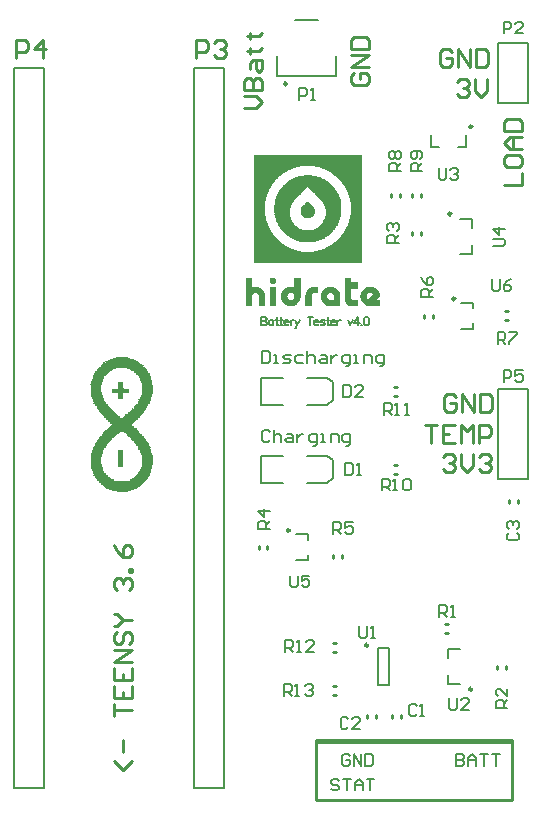
<source format=gto>
G04*
G04 #@! TF.GenerationSoftware,Altium Limited,Altium Designer,20.0.14 (345)*
G04*
G04 Layer_Color=65535*
%FSLAX44Y44*%
%MOMM*%
G71*
G01*
G75*
%ADD10C,0.2500*%
%ADD11C,0.2540*%
%ADD12C,0.2000*%
%ADD13C,0.1500*%
G36*
X331740Y573002D02*
Y572774D01*
Y572545D01*
Y572316D01*
Y572087D01*
Y571858D01*
Y571629D01*
Y571400D01*
Y571172D01*
Y570943D01*
Y570714D01*
Y570485D01*
Y570256D01*
Y570027D01*
Y569799D01*
Y569570D01*
Y569341D01*
Y569112D01*
Y568883D01*
Y568654D01*
Y568425D01*
Y568197D01*
Y567968D01*
Y567739D01*
Y567510D01*
Y567281D01*
Y567052D01*
Y566824D01*
Y566595D01*
Y566366D01*
Y566137D01*
Y565908D01*
Y565679D01*
Y565450D01*
Y565221D01*
Y564993D01*
Y564764D01*
Y564535D01*
Y564306D01*
Y564077D01*
Y563848D01*
Y563620D01*
Y563391D01*
Y563162D01*
Y562933D01*
Y562704D01*
Y562475D01*
Y562247D01*
Y562018D01*
Y561789D01*
Y561560D01*
Y561331D01*
Y561102D01*
Y560873D01*
Y560645D01*
Y560416D01*
Y560187D01*
Y559958D01*
Y559729D01*
Y559500D01*
Y559272D01*
Y559043D01*
Y558814D01*
Y558585D01*
Y558356D01*
Y558127D01*
Y557898D01*
Y557670D01*
Y557441D01*
Y557212D01*
Y556983D01*
Y556754D01*
Y556525D01*
Y556297D01*
Y556068D01*
Y555839D01*
Y555610D01*
Y555381D01*
Y555152D01*
Y554923D01*
Y554695D01*
Y554466D01*
Y554237D01*
Y554008D01*
Y553779D01*
Y553550D01*
Y553321D01*
Y553093D01*
Y552864D01*
Y552635D01*
Y552406D01*
Y552177D01*
Y551948D01*
Y551720D01*
Y551491D01*
Y551262D01*
Y551033D01*
Y550804D01*
Y550575D01*
Y550346D01*
Y550118D01*
Y549889D01*
Y549660D01*
Y549431D01*
Y549202D01*
Y548973D01*
Y548745D01*
Y548516D01*
Y548287D01*
Y548058D01*
Y547829D01*
Y547600D01*
Y547371D01*
Y547143D01*
Y546914D01*
Y546685D01*
Y546456D01*
Y546227D01*
Y545998D01*
Y545770D01*
Y545541D01*
Y545312D01*
Y545083D01*
Y544854D01*
Y544625D01*
Y544396D01*
Y544168D01*
Y543939D01*
Y543710D01*
Y543481D01*
Y543252D01*
Y543023D01*
Y542794D01*
Y542566D01*
Y542337D01*
Y542108D01*
Y541879D01*
Y541650D01*
Y541421D01*
Y541193D01*
Y540964D01*
Y540735D01*
Y540506D01*
Y540277D01*
Y540048D01*
Y539819D01*
Y539591D01*
Y539362D01*
Y539133D01*
Y538904D01*
Y538675D01*
Y538446D01*
Y538218D01*
Y537989D01*
Y537760D01*
Y537531D01*
Y537302D01*
Y537073D01*
Y536844D01*
Y536616D01*
Y536387D01*
Y536158D01*
Y535929D01*
Y535700D01*
Y535471D01*
Y535243D01*
Y535014D01*
Y534785D01*
Y534556D01*
Y534327D01*
Y534098D01*
Y533869D01*
Y533641D01*
Y533412D01*
Y533183D01*
Y532954D01*
Y532725D01*
Y532496D01*
Y532267D01*
Y532039D01*
Y531810D01*
Y531581D01*
Y531352D01*
Y531123D01*
Y530894D01*
Y530666D01*
Y530437D01*
Y530208D01*
Y529979D01*
Y529750D01*
Y529521D01*
Y529292D01*
Y529064D01*
Y528835D01*
Y528606D01*
Y528377D01*
Y528148D01*
Y527919D01*
Y527691D01*
Y527462D01*
Y527233D01*
Y527004D01*
Y526775D01*
Y526546D01*
Y526317D01*
Y526089D01*
Y525860D01*
Y525631D01*
Y525402D01*
Y525173D01*
Y524944D01*
Y524715D01*
Y524487D01*
Y524258D01*
Y524029D01*
Y523800D01*
Y523571D01*
Y523342D01*
Y523114D01*
Y522885D01*
Y522656D01*
Y522427D01*
Y522198D01*
Y521969D01*
Y521740D01*
Y521512D01*
Y521283D01*
Y521054D01*
Y520825D01*
Y520596D01*
Y520367D01*
Y520139D01*
Y519910D01*
Y519681D01*
Y519452D01*
Y519223D01*
Y518994D01*
Y518765D01*
Y518537D01*
Y518308D01*
Y518079D01*
Y517850D01*
Y517621D01*
Y517392D01*
Y517164D01*
Y516935D01*
Y516706D01*
Y516477D01*
Y516248D01*
Y516019D01*
Y515790D01*
Y515562D01*
Y515333D01*
Y515104D01*
Y514875D01*
Y514646D01*
Y514417D01*
Y514189D01*
Y513960D01*
Y513731D01*
Y513502D01*
Y513273D01*
Y513044D01*
Y512816D01*
Y512587D01*
Y512358D01*
Y512129D01*
Y511900D01*
Y511671D01*
Y511442D01*
Y511213D01*
Y510985D01*
Y510756D01*
Y510527D01*
Y510298D01*
Y510069D01*
Y509840D01*
Y509612D01*
Y509383D01*
Y509154D01*
Y508925D01*
Y508696D01*
Y508467D01*
Y508238D01*
Y508010D01*
Y507781D01*
Y507552D01*
Y507323D01*
Y507094D01*
Y506865D01*
Y506637D01*
Y506408D01*
Y506179D01*
Y505950D01*
Y505721D01*
Y505492D01*
Y505263D01*
Y505035D01*
Y504806D01*
Y504577D01*
Y504348D01*
Y504119D01*
Y503890D01*
Y503662D01*
Y503433D01*
Y503204D01*
Y502975D01*
Y502746D01*
Y502517D01*
Y502289D01*
Y502060D01*
Y501831D01*
Y501602D01*
Y501373D01*
Y501144D01*
Y500915D01*
Y500687D01*
Y500458D01*
Y500229D01*
Y500000D01*
Y499771D01*
Y499542D01*
Y499314D01*
Y499085D01*
Y498856D01*
Y498627D01*
Y498398D01*
Y498169D01*
Y497940D01*
Y497711D01*
Y497483D01*
Y497254D01*
Y497025D01*
Y496796D01*
Y496567D01*
Y496338D01*
Y496110D01*
Y495881D01*
Y495652D01*
Y495423D01*
Y495194D01*
Y494965D01*
Y494737D01*
Y494508D01*
Y494279D01*
Y494050D01*
Y493821D01*
Y493592D01*
Y493363D01*
Y493135D01*
Y492906D01*
Y492677D01*
Y492448D01*
Y492219D01*
Y491990D01*
Y491762D01*
Y491533D01*
Y491304D01*
Y491075D01*
Y490846D01*
Y490617D01*
Y490388D01*
Y490159D01*
Y489931D01*
Y489702D01*
Y489473D01*
Y489244D01*
Y489015D01*
Y488787D01*
Y488558D01*
Y488329D01*
Y488100D01*
Y487871D01*
Y487642D01*
Y487413D01*
Y487184D01*
Y486956D01*
Y486727D01*
Y486498D01*
Y486269D01*
Y486040D01*
Y485812D01*
Y485583D01*
Y485354D01*
Y485125D01*
Y484896D01*
Y484667D01*
Y484438D01*
Y484210D01*
Y483981D01*
Y483752D01*
Y483523D01*
Y483294D01*
Y483065D01*
Y482836D01*
Y482608D01*
Y482379D01*
Y482150D01*
Y481921D01*
Y481692D01*
X240201D01*
Y481921D01*
Y482150D01*
Y482379D01*
Y482608D01*
Y482836D01*
Y483065D01*
Y483294D01*
Y483523D01*
Y483752D01*
Y483981D01*
Y484210D01*
Y484438D01*
Y484667D01*
Y484896D01*
Y485125D01*
Y485354D01*
Y485583D01*
Y485812D01*
Y486040D01*
Y486269D01*
Y486498D01*
Y486727D01*
Y486956D01*
Y487184D01*
Y487413D01*
Y487642D01*
Y487871D01*
Y488100D01*
Y488329D01*
Y488558D01*
Y488787D01*
Y489015D01*
Y489244D01*
Y489473D01*
Y489702D01*
Y489931D01*
Y490159D01*
Y490388D01*
Y490617D01*
Y490846D01*
Y491075D01*
Y491304D01*
Y491533D01*
Y491762D01*
Y491990D01*
Y492219D01*
Y492448D01*
Y492677D01*
Y492906D01*
Y493135D01*
Y493363D01*
Y493592D01*
Y493821D01*
Y494050D01*
Y494279D01*
Y494508D01*
Y494737D01*
Y494965D01*
Y495194D01*
Y495423D01*
Y495652D01*
Y495881D01*
Y496110D01*
Y496338D01*
Y496567D01*
Y496796D01*
Y497025D01*
Y497254D01*
Y497483D01*
Y497711D01*
Y497940D01*
Y498169D01*
Y498398D01*
Y498627D01*
Y498856D01*
Y499085D01*
Y499314D01*
Y499542D01*
Y499771D01*
Y500000D01*
Y500229D01*
Y500458D01*
Y500687D01*
Y500915D01*
Y501144D01*
Y501373D01*
Y501602D01*
Y501831D01*
Y502060D01*
Y502289D01*
Y502517D01*
Y502746D01*
Y502975D01*
Y503204D01*
Y503433D01*
Y503662D01*
Y503890D01*
Y504119D01*
Y504348D01*
Y504577D01*
Y504806D01*
Y505035D01*
Y505263D01*
Y505492D01*
Y505721D01*
Y505950D01*
Y506179D01*
Y506408D01*
Y506637D01*
Y506865D01*
Y507094D01*
Y507323D01*
Y507552D01*
Y507781D01*
Y508010D01*
Y508238D01*
Y508467D01*
Y508696D01*
Y508925D01*
Y509154D01*
Y509383D01*
Y509612D01*
Y509840D01*
Y510069D01*
Y510298D01*
Y510527D01*
Y510756D01*
Y510985D01*
Y511213D01*
Y511442D01*
Y511671D01*
Y511900D01*
Y512129D01*
Y512358D01*
Y512587D01*
Y512816D01*
Y513044D01*
Y513273D01*
Y513502D01*
Y513731D01*
Y513960D01*
Y514189D01*
Y514417D01*
Y514646D01*
Y514875D01*
Y515104D01*
Y515333D01*
Y515562D01*
Y515790D01*
Y516019D01*
Y516248D01*
Y516477D01*
Y516706D01*
Y516935D01*
Y517164D01*
Y517392D01*
Y517621D01*
Y517850D01*
Y518079D01*
Y518308D01*
Y518537D01*
Y518765D01*
Y518994D01*
Y519223D01*
Y519452D01*
Y519681D01*
Y519910D01*
Y520139D01*
Y520367D01*
Y520596D01*
Y520825D01*
Y521054D01*
Y521283D01*
Y521512D01*
Y521740D01*
Y521969D01*
Y522198D01*
Y522427D01*
Y522656D01*
Y522885D01*
Y523114D01*
Y523342D01*
Y523571D01*
Y523800D01*
Y524029D01*
Y524258D01*
Y524487D01*
Y524715D01*
Y524944D01*
Y525173D01*
Y525402D01*
Y525631D01*
Y525860D01*
Y526089D01*
Y526317D01*
Y526546D01*
Y526775D01*
Y527004D01*
Y527233D01*
Y527462D01*
Y527691D01*
Y527919D01*
Y528148D01*
Y528377D01*
Y528606D01*
Y528835D01*
Y529064D01*
Y529292D01*
Y529521D01*
Y529750D01*
Y529979D01*
Y530208D01*
Y530437D01*
Y530666D01*
Y530894D01*
Y531123D01*
Y531352D01*
Y531581D01*
Y531810D01*
Y532039D01*
Y532267D01*
Y532496D01*
Y532725D01*
Y532954D01*
Y533183D01*
Y533412D01*
Y533641D01*
Y533869D01*
Y534098D01*
Y534327D01*
Y534556D01*
Y534785D01*
Y535014D01*
Y535243D01*
Y535471D01*
Y535700D01*
Y535929D01*
Y536158D01*
Y536387D01*
Y536616D01*
Y536844D01*
Y537073D01*
Y537302D01*
Y537531D01*
Y537760D01*
Y537989D01*
Y538218D01*
Y538446D01*
Y538675D01*
Y538904D01*
Y539133D01*
Y539362D01*
Y539591D01*
Y539819D01*
Y540048D01*
Y540277D01*
Y540506D01*
Y540735D01*
Y540964D01*
Y541193D01*
Y541421D01*
Y541650D01*
Y541879D01*
Y542108D01*
Y542337D01*
Y542566D01*
Y542794D01*
Y543023D01*
Y543252D01*
Y543481D01*
Y543710D01*
Y543939D01*
Y544168D01*
Y544396D01*
Y544625D01*
Y544854D01*
Y545083D01*
Y545312D01*
Y545541D01*
Y545770D01*
Y545998D01*
Y546227D01*
Y546456D01*
Y546685D01*
Y546914D01*
Y547143D01*
Y547371D01*
Y547600D01*
Y547829D01*
Y548058D01*
Y548287D01*
Y548516D01*
Y548745D01*
Y548973D01*
Y549202D01*
Y549431D01*
Y549660D01*
Y549889D01*
Y550118D01*
Y550346D01*
Y550575D01*
Y550804D01*
Y551033D01*
Y551262D01*
Y551491D01*
Y551720D01*
Y551948D01*
Y552177D01*
Y552406D01*
Y552635D01*
Y552864D01*
Y553093D01*
Y553321D01*
Y553550D01*
Y553779D01*
Y554008D01*
Y554237D01*
Y554466D01*
Y554695D01*
Y554923D01*
Y555152D01*
Y555381D01*
Y555610D01*
Y555839D01*
Y556068D01*
Y556297D01*
Y556525D01*
Y556754D01*
Y556983D01*
Y557212D01*
Y557441D01*
Y557670D01*
Y557898D01*
Y558127D01*
Y558356D01*
Y558585D01*
Y558814D01*
Y559043D01*
Y559272D01*
Y559500D01*
Y559729D01*
Y559958D01*
Y560187D01*
Y560416D01*
Y560645D01*
Y560873D01*
Y561102D01*
Y561331D01*
Y561560D01*
Y561789D01*
Y562018D01*
Y562247D01*
Y562475D01*
Y562704D01*
Y562933D01*
Y563162D01*
Y563391D01*
Y563620D01*
Y563848D01*
Y564077D01*
Y564306D01*
Y564535D01*
Y564764D01*
Y564993D01*
Y565221D01*
Y565450D01*
Y565679D01*
Y565908D01*
Y566137D01*
Y566366D01*
Y566595D01*
Y566824D01*
Y567052D01*
Y567281D01*
Y567510D01*
Y567739D01*
Y567968D01*
Y568197D01*
Y568425D01*
Y568654D01*
Y568883D01*
Y569112D01*
Y569341D01*
Y569570D01*
Y569799D01*
Y570027D01*
Y570256D01*
Y570485D01*
Y570714D01*
Y570943D01*
Y571172D01*
Y571400D01*
Y571629D01*
Y571858D01*
Y572087D01*
Y572316D01*
Y572545D01*
Y572774D01*
Y573002D01*
Y573231D01*
X331740D01*
Y573002D01*
D02*
G37*
G36*
X257138Y468851D02*
X257953D01*
Y468579D01*
X258224D01*
Y468308D01*
X258496D01*
Y468036D01*
X258768D01*
Y467765D01*
X259039D01*
Y467493D01*
Y467221D01*
X259311D01*
Y466950D01*
Y466678D01*
Y466407D01*
Y466135D01*
Y465863D01*
Y465592D01*
Y465320D01*
X259039D01*
Y465049D01*
Y464777D01*
X258768D01*
Y464506D01*
X258496D01*
Y464234D01*
X258224D01*
Y463962D01*
X257681D01*
Y463691D01*
X255508D01*
Y463962D01*
X254965D01*
Y464234D01*
X254694D01*
Y464506D01*
X254422D01*
Y464777D01*
X254151D01*
Y465049D01*
Y465320D01*
X253879D01*
Y465592D01*
Y465863D01*
Y466135D01*
Y466407D01*
Y466678D01*
Y466950D01*
Y467221D01*
Y467493D01*
Y467765D01*
Y468036D01*
Y468308D01*
Y468579D01*
Y468851D01*
Y469123D01*
X257138D01*
Y468851D01*
D02*
G37*
G36*
X279951D02*
Y468579D01*
Y468308D01*
Y468036D01*
Y467765D01*
Y467493D01*
Y467221D01*
Y466950D01*
Y466678D01*
Y466407D01*
Y466135D01*
Y465863D01*
Y465592D01*
Y465320D01*
Y465049D01*
Y464777D01*
Y464506D01*
Y464234D01*
Y463962D01*
Y463691D01*
Y463419D01*
Y463148D01*
Y462876D01*
Y462604D01*
Y462333D01*
Y462061D01*
Y461790D01*
Y461518D01*
Y461246D01*
Y460975D01*
Y460703D01*
Y460432D01*
Y460160D01*
Y459889D01*
Y459617D01*
Y459345D01*
Y459074D01*
Y458802D01*
Y458531D01*
Y458259D01*
Y457988D01*
Y457716D01*
Y457444D01*
Y457173D01*
Y456901D01*
Y456629D01*
Y456358D01*
Y456086D01*
Y455815D01*
Y455543D01*
Y455272D01*
Y455000D01*
Y454728D01*
Y454457D01*
Y454185D01*
Y453914D01*
Y453642D01*
Y453371D01*
Y453099D01*
Y452827D01*
Y452556D01*
Y452284D01*
Y452013D01*
X279680D01*
Y451741D01*
Y451469D01*
Y451198D01*
Y450926D01*
X279408D01*
Y450655D01*
Y450383D01*
Y450111D01*
X279137D01*
Y449840D01*
Y449568D01*
X278865D01*
Y449297D01*
Y449025D01*
X278593D01*
Y448754D01*
Y448482D01*
X278322D01*
Y448210D01*
X278050D01*
Y447939D01*
X277779D01*
Y447667D01*
X277507D01*
Y447396D01*
X277235D01*
Y447124D01*
X276964D01*
Y446852D01*
X276692D01*
Y446581D01*
X276421D01*
Y446309D01*
X275877D01*
Y446038D01*
X275606D01*
Y445766D01*
X275063D01*
Y445494D01*
X274248D01*
Y445223D01*
X273433D01*
Y444951D01*
X269631D01*
Y445223D01*
X268816D01*
Y445494D01*
X268001D01*
Y445766D01*
X267458D01*
Y446038D01*
X267187D01*
Y446309D01*
X266644D01*
Y446581D01*
X266372D01*
Y446852D01*
X266100D01*
Y447124D01*
X265829D01*
Y447396D01*
X265557D01*
Y447667D01*
X265286D01*
Y447939D01*
X265014D01*
Y448210D01*
X264742D01*
Y448482D01*
Y448754D01*
X264471D01*
Y449025D01*
X264199D01*
Y449297D01*
Y449568D01*
X263928D01*
Y449840D01*
Y450111D01*
X263656D01*
Y450383D01*
Y450655D01*
Y450926D01*
X263384D01*
Y451198D01*
Y451469D01*
Y451741D01*
Y452013D01*
Y452284D01*
X263113D01*
Y452556D01*
Y452827D01*
Y453099D01*
Y453371D01*
Y453642D01*
Y453914D01*
X263384D01*
Y454185D01*
Y454457D01*
Y454728D01*
Y455000D01*
Y455272D01*
Y455543D01*
X263656D01*
Y455815D01*
Y456086D01*
Y456358D01*
X263928D01*
Y456629D01*
Y456901D01*
X264199D01*
Y457173D01*
Y457444D01*
X264471D01*
Y457716D01*
X264742D01*
Y457988D01*
Y458259D01*
X265014D01*
Y458531D01*
X265286D01*
Y458802D01*
X265557D01*
Y459074D01*
X265829D01*
Y459345D01*
X266100D01*
Y459617D01*
X266372D01*
Y459889D01*
X266644D01*
Y460160D01*
X267187D01*
Y460432D01*
X267730D01*
Y460703D01*
X268273D01*
Y460975D01*
X268816D01*
Y461246D01*
X269903D01*
Y461518D01*
X273162D01*
Y461246D01*
X274520D01*
Y461518D01*
Y461790D01*
Y462061D01*
Y462333D01*
Y462604D01*
Y462876D01*
Y463148D01*
Y463419D01*
Y463691D01*
Y463962D01*
Y464234D01*
Y464506D01*
Y464777D01*
Y465049D01*
Y465320D01*
Y465592D01*
Y465863D01*
Y466135D01*
Y466407D01*
Y466678D01*
Y466950D01*
Y467221D01*
Y467493D01*
Y467765D01*
Y468036D01*
Y468308D01*
Y468579D01*
Y468851D01*
Y469123D01*
X279951D01*
Y468851D01*
D02*
G37*
G36*
X340515Y461246D02*
X341601D01*
Y460975D01*
X342145D01*
Y460703D01*
X342688D01*
Y460432D01*
X343231D01*
Y460160D01*
X343774D01*
Y459889D01*
X344046D01*
Y459617D01*
X344317D01*
Y459345D01*
X344589D01*
Y459074D01*
X344860D01*
Y458802D01*
X345132D01*
Y458531D01*
X345404D01*
Y458259D01*
X345675D01*
Y457988D01*
Y457716D01*
X345947D01*
Y457444D01*
X346218D01*
Y457173D01*
Y456901D01*
X346490D01*
Y456629D01*
Y456358D01*
X346762D01*
Y456086D01*
Y455815D01*
Y455543D01*
X347033D01*
Y455272D01*
Y455000D01*
Y454728D01*
Y454457D01*
Y454185D01*
Y453914D01*
Y453642D01*
Y453371D01*
X346762D01*
Y453099D01*
X346490D01*
Y452827D01*
X346218D01*
Y452556D01*
X345947D01*
Y452284D01*
X345675D01*
Y452013D01*
X345404D01*
Y451741D01*
X345132D01*
Y451469D01*
X344860D01*
Y451198D01*
X344589D01*
Y450926D01*
X344317D01*
Y450655D01*
X344046D01*
Y450383D01*
X347305D01*
Y450111D01*
Y449840D01*
Y449568D01*
Y449297D01*
Y449025D01*
Y448754D01*
Y448482D01*
Y448210D01*
Y447939D01*
Y447667D01*
Y447396D01*
Y447124D01*
Y446852D01*
Y446581D01*
Y446309D01*
Y446038D01*
Y445766D01*
Y445494D01*
Y445223D01*
Y444951D01*
X336984D01*
Y445223D01*
X336170D01*
Y445494D01*
X335355D01*
Y445766D01*
X334812D01*
Y446038D01*
X334540D01*
Y446309D01*
X333997D01*
Y446581D01*
X333725D01*
Y446852D01*
X333454D01*
Y447124D01*
X333182D01*
Y447396D01*
X332911D01*
Y447667D01*
X332639D01*
Y447939D01*
X332368D01*
Y448210D01*
X332096D01*
Y448482D01*
X331824D01*
Y448754D01*
Y449025D01*
X331553D01*
Y449297D01*
Y449568D01*
X331281D01*
Y449840D01*
Y450111D01*
X331009D01*
Y450383D01*
Y450655D01*
Y450926D01*
X330738D01*
Y451198D01*
Y451469D01*
Y451741D01*
Y452013D01*
X330466D01*
Y452284D01*
Y452556D01*
Y452827D01*
Y453099D01*
Y453371D01*
Y453642D01*
Y453914D01*
Y454185D01*
X330738D01*
Y454457D01*
Y454728D01*
Y455000D01*
Y455272D01*
Y455543D01*
X331009D01*
Y455815D01*
Y456086D01*
Y456358D01*
X331281D01*
Y456629D01*
Y456901D01*
X331553D01*
Y457173D01*
Y457444D01*
X331824D01*
Y457716D01*
X332096D01*
Y457988D01*
Y458259D01*
X332368D01*
Y458531D01*
X332639D01*
Y458802D01*
X332911D01*
Y459074D01*
X333182D01*
Y459345D01*
X333454D01*
Y459617D01*
X333725D01*
Y459889D01*
X333997D01*
Y460160D01*
X334540D01*
Y460432D01*
X335083D01*
Y460703D01*
X335626D01*
Y460975D01*
X336170D01*
Y461246D01*
X337256D01*
Y461518D01*
X340515D01*
Y461246D01*
D02*
G37*
G36*
X322862Y468851D02*
Y468579D01*
Y468308D01*
Y468036D01*
Y467765D01*
Y467493D01*
Y467221D01*
Y466950D01*
Y466678D01*
Y466407D01*
Y466135D01*
Y465863D01*
Y465592D01*
Y465320D01*
X328565D01*
Y465049D01*
Y464777D01*
Y464506D01*
Y464234D01*
Y463962D01*
Y463691D01*
Y463419D01*
Y463148D01*
Y462876D01*
Y462604D01*
Y462333D01*
Y462061D01*
Y461790D01*
Y461518D01*
Y461246D01*
Y460975D01*
Y460703D01*
Y460432D01*
Y460160D01*
Y459889D01*
X322862D01*
Y459617D01*
Y459345D01*
Y459074D01*
Y458802D01*
Y458531D01*
Y458259D01*
Y457988D01*
Y457716D01*
Y457444D01*
Y457173D01*
Y456901D01*
Y456629D01*
Y456358D01*
Y456086D01*
Y455815D01*
Y455543D01*
Y455272D01*
Y455000D01*
Y454728D01*
Y454457D01*
Y454185D01*
Y453914D01*
Y453642D01*
Y453371D01*
Y453099D01*
Y452827D01*
Y452556D01*
Y452284D01*
Y452013D01*
Y451741D01*
Y451469D01*
Y451198D01*
Y450926D01*
X323134D01*
Y450655D01*
X323405D01*
Y450383D01*
X328565D01*
Y450111D01*
Y449840D01*
Y449568D01*
Y449297D01*
Y449025D01*
Y448754D01*
Y448482D01*
Y448210D01*
Y447939D01*
Y447667D01*
Y447396D01*
Y447124D01*
Y446852D01*
Y446581D01*
Y446309D01*
Y446038D01*
Y445766D01*
Y445494D01*
Y445223D01*
Y444951D01*
X321504D01*
Y445223D01*
X320689D01*
Y445494D01*
X320146D01*
Y445766D01*
X319874D01*
Y446038D01*
X319331D01*
Y446309D01*
X319060D01*
Y446581D01*
X318788D01*
Y446852D01*
X318517D01*
Y447124D01*
Y447396D01*
X318245D01*
Y447667D01*
X317973D01*
Y447939D01*
Y448210D01*
Y448482D01*
X317702D01*
Y448754D01*
Y449025D01*
Y449297D01*
X317430D01*
Y449568D01*
Y449840D01*
Y450111D01*
Y450383D01*
Y450655D01*
Y450926D01*
Y451198D01*
Y451469D01*
Y451741D01*
Y452013D01*
Y452284D01*
Y452556D01*
Y452827D01*
Y453099D01*
Y453371D01*
Y453642D01*
Y453914D01*
Y454185D01*
Y454457D01*
Y454728D01*
Y455000D01*
Y455272D01*
Y455543D01*
Y455815D01*
Y456086D01*
Y456358D01*
Y456629D01*
Y456901D01*
Y457173D01*
Y457444D01*
Y457716D01*
Y457988D01*
Y458259D01*
Y458531D01*
Y458802D01*
Y459074D01*
Y459345D01*
Y459617D01*
Y459889D01*
Y460160D01*
Y460432D01*
Y460703D01*
Y460975D01*
Y461246D01*
Y461518D01*
Y461790D01*
Y462061D01*
Y462333D01*
Y462604D01*
Y462876D01*
Y463148D01*
Y463419D01*
Y463691D01*
Y463962D01*
Y464234D01*
Y464506D01*
Y464777D01*
Y465049D01*
Y465320D01*
Y465592D01*
Y465863D01*
Y466135D01*
Y466407D01*
Y466678D01*
Y466950D01*
Y467221D01*
Y467493D01*
Y467765D01*
Y468036D01*
Y468308D01*
Y468579D01*
Y468851D01*
Y469123D01*
X322862D01*
Y468851D01*
D02*
G37*
G36*
X306838Y461246D02*
X307925D01*
Y460975D01*
X308468D01*
Y460703D01*
X309011D01*
Y460432D01*
X309554D01*
Y460160D01*
X310097D01*
Y459889D01*
X310369D01*
Y459617D01*
X310641D01*
Y459345D01*
X310912D01*
Y459074D01*
X311184D01*
Y458802D01*
X311455D01*
Y458531D01*
X311727D01*
Y458259D01*
X311999D01*
Y457988D01*
Y457716D01*
X312270D01*
Y457444D01*
X312542D01*
Y457173D01*
Y456901D01*
X312813D01*
Y456629D01*
Y456358D01*
X313085D01*
Y456086D01*
Y455815D01*
Y455543D01*
X313356D01*
Y455272D01*
Y455000D01*
Y454728D01*
Y454457D01*
Y454185D01*
X313628D01*
Y453914D01*
Y453642D01*
Y453371D01*
Y453099D01*
Y452827D01*
Y452556D01*
Y452284D01*
Y452013D01*
Y451741D01*
Y451469D01*
Y451198D01*
Y450926D01*
Y450655D01*
Y450383D01*
Y450111D01*
Y449840D01*
Y449568D01*
Y449297D01*
Y449025D01*
Y448754D01*
Y448482D01*
Y448210D01*
Y447939D01*
Y447667D01*
Y447396D01*
Y447124D01*
Y446852D01*
Y446581D01*
Y446309D01*
Y446038D01*
Y445766D01*
Y445494D01*
Y445223D01*
Y444951D01*
X303308D01*
Y445223D01*
X302493D01*
Y445494D01*
X301678D01*
Y445766D01*
X301135D01*
Y446038D01*
X300863D01*
Y446309D01*
X300320D01*
Y446581D01*
X300049D01*
Y446852D01*
X299777D01*
Y447124D01*
X299506D01*
Y447396D01*
X299234D01*
Y447667D01*
X298962D01*
Y447939D01*
X298691D01*
Y448210D01*
X298419D01*
Y448482D01*
X298148D01*
Y448754D01*
Y449025D01*
X297876D01*
Y449297D01*
Y449568D01*
X297604D01*
Y449840D01*
Y450111D01*
X297333D01*
Y450383D01*
Y450655D01*
Y450926D01*
X297061D01*
Y451198D01*
Y451469D01*
Y451741D01*
Y452013D01*
Y452284D01*
X296790D01*
Y452556D01*
Y452827D01*
Y453099D01*
Y453371D01*
Y453642D01*
Y453914D01*
Y454185D01*
X297061D01*
Y454457D01*
Y454728D01*
Y455000D01*
Y455272D01*
Y455543D01*
X297333D01*
Y455815D01*
Y456086D01*
Y456358D01*
X297604D01*
Y456629D01*
Y456901D01*
X297876D01*
Y457173D01*
Y457444D01*
X298148D01*
Y457716D01*
X298419D01*
Y457988D01*
Y458259D01*
X298691D01*
Y458531D01*
X298962D01*
Y458802D01*
X299234D01*
Y459074D01*
X299506D01*
Y459345D01*
X299777D01*
Y459617D01*
X300049D01*
Y459889D01*
X300320D01*
Y460160D01*
X300863D01*
Y460432D01*
X301407D01*
Y460703D01*
X301950D01*
Y460975D01*
X302493D01*
Y461246D01*
X303579D01*
Y461518D01*
X306838D01*
Y461246D01*
D02*
G37*
G36*
X294889D02*
Y460975D01*
Y460703D01*
Y460432D01*
Y460160D01*
Y459889D01*
Y459617D01*
Y459345D01*
Y459074D01*
Y458802D01*
Y458531D01*
Y458259D01*
Y457988D01*
Y457716D01*
Y457444D01*
Y457173D01*
Y456901D01*
Y456629D01*
Y456358D01*
Y456086D01*
X291086D01*
Y455815D01*
X290543D01*
Y455543D01*
X290272D01*
Y455272D01*
X290000D01*
Y455000D01*
X289728D01*
Y454728D01*
X289457D01*
Y454457D01*
Y454185D01*
Y453914D01*
X289185D01*
Y453642D01*
Y453371D01*
Y453099D01*
Y452827D01*
Y452556D01*
Y452284D01*
Y452013D01*
Y451741D01*
Y451469D01*
Y451198D01*
Y450926D01*
Y450655D01*
Y450383D01*
Y450111D01*
Y449840D01*
Y449568D01*
Y449297D01*
Y449025D01*
Y448754D01*
Y448482D01*
Y448210D01*
Y447939D01*
Y447667D01*
Y447396D01*
Y447124D01*
Y446852D01*
Y446581D01*
Y446309D01*
Y446038D01*
Y445766D01*
Y445494D01*
Y445223D01*
Y444951D01*
X283754D01*
Y445223D01*
Y445494D01*
Y445766D01*
Y446038D01*
Y446309D01*
Y446581D01*
Y446852D01*
Y447124D01*
Y447396D01*
Y447667D01*
Y447939D01*
Y448210D01*
Y448482D01*
Y448754D01*
Y449025D01*
Y449297D01*
Y449568D01*
Y449840D01*
Y450111D01*
Y450383D01*
Y450655D01*
Y450926D01*
Y451198D01*
Y451469D01*
Y451741D01*
Y452013D01*
Y452284D01*
Y452556D01*
Y452827D01*
Y453099D01*
Y453371D01*
Y453642D01*
Y453914D01*
Y454185D01*
Y454457D01*
X284025D01*
Y454728D01*
Y455000D01*
Y455272D01*
Y455543D01*
X284297D01*
Y455815D01*
Y456086D01*
Y456358D01*
X284568D01*
Y456629D01*
Y456901D01*
X284840D01*
Y457173D01*
Y457444D01*
X285111D01*
Y457716D01*
Y457988D01*
X285383D01*
Y458259D01*
X285655D01*
Y458531D01*
X285926D01*
Y458802D01*
X286198D01*
Y459074D01*
X286469D01*
Y459345D01*
X286741D01*
Y459617D01*
X287013D01*
Y459889D01*
X287284D01*
Y460160D01*
X287827D01*
Y460432D01*
X288099D01*
Y460703D01*
X288914D01*
Y460975D01*
X289457D01*
Y461246D01*
X290543D01*
Y461518D01*
X294889D01*
Y461246D01*
D02*
G37*
G36*
X259311D02*
Y460975D01*
Y460703D01*
Y460432D01*
Y460160D01*
Y459889D01*
Y459617D01*
Y459345D01*
Y459074D01*
Y458802D01*
Y458531D01*
Y458259D01*
Y457988D01*
Y457716D01*
Y457444D01*
Y457173D01*
Y456901D01*
Y456629D01*
Y456358D01*
Y456086D01*
Y455815D01*
Y455543D01*
Y455272D01*
Y455000D01*
Y454728D01*
Y454457D01*
Y454185D01*
Y453914D01*
Y453642D01*
Y453371D01*
Y453099D01*
Y452827D01*
Y452556D01*
Y452284D01*
Y452013D01*
Y451741D01*
Y451469D01*
Y451198D01*
Y450926D01*
Y450655D01*
Y450383D01*
Y450111D01*
Y449840D01*
Y449568D01*
Y449297D01*
Y449025D01*
Y448754D01*
Y448482D01*
Y448210D01*
Y447939D01*
Y447667D01*
Y447396D01*
Y447124D01*
Y446852D01*
Y446581D01*
Y446309D01*
Y446038D01*
Y445766D01*
Y445494D01*
Y445223D01*
Y444951D01*
X253879D01*
Y445223D01*
Y445494D01*
Y445766D01*
Y446038D01*
Y446309D01*
Y446581D01*
Y446852D01*
Y447124D01*
Y447396D01*
Y447667D01*
Y447939D01*
Y448210D01*
Y448482D01*
Y448754D01*
Y449025D01*
Y449297D01*
Y449568D01*
Y449840D01*
Y450111D01*
Y450383D01*
Y450655D01*
Y450926D01*
Y451198D01*
Y451469D01*
Y451741D01*
Y452013D01*
Y452284D01*
Y452556D01*
Y452827D01*
Y453099D01*
Y453371D01*
Y453642D01*
Y453914D01*
Y454185D01*
Y454457D01*
Y454728D01*
Y455000D01*
Y455272D01*
Y455543D01*
Y455815D01*
Y456086D01*
Y456358D01*
Y456629D01*
Y456901D01*
Y457173D01*
Y457444D01*
Y457716D01*
Y457988D01*
Y458259D01*
Y458531D01*
Y458802D01*
Y459074D01*
Y459345D01*
Y459617D01*
Y459889D01*
Y460160D01*
Y460432D01*
Y460703D01*
Y460975D01*
Y461246D01*
Y461518D01*
X259311D01*
Y461246D01*
D02*
G37*
G36*
X238670Y468851D02*
Y468579D01*
Y468308D01*
Y468036D01*
Y467765D01*
Y467493D01*
Y467221D01*
Y466950D01*
Y466678D01*
Y466407D01*
Y466135D01*
Y465863D01*
Y465592D01*
Y465320D01*
Y465049D01*
Y464777D01*
Y464506D01*
Y464234D01*
Y463962D01*
Y463691D01*
Y463419D01*
Y463148D01*
Y462876D01*
Y462604D01*
Y462333D01*
Y462061D01*
Y461790D01*
Y461518D01*
Y461246D01*
X240028D01*
Y461518D01*
X243287D01*
Y461246D01*
X244373D01*
Y460975D01*
X244917D01*
Y460703D01*
X245460D01*
Y460432D01*
X246003D01*
Y460160D01*
X246546D01*
Y459889D01*
X246818D01*
Y459617D01*
X247089D01*
Y459345D01*
X247361D01*
Y459074D01*
X247633D01*
Y458802D01*
X247904D01*
Y458531D01*
X248176D01*
Y458259D01*
X248447D01*
Y457988D01*
Y457716D01*
X248719D01*
Y457444D01*
X248990D01*
Y457173D01*
Y456901D01*
X249262D01*
Y456629D01*
Y456358D01*
X249534D01*
Y456086D01*
Y455815D01*
Y455543D01*
X249805D01*
Y455272D01*
Y455000D01*
Y454728D01*
Y454457D01*
Y454185D01*
Y453914D01*
X250077D01*
Y453642D01*
Y453371D01*
Y453099D01*
Y452827D01*
Y452556D01*
Y452284D01*
Y452013D01*
Y451741D01*
Y451469D01*
Y451198D01*
Y450926D01*
Y450655D01*
Y450383D01*
Y450111D01*
Y449840D01*
Y449568D01*
Y449297D01*
Y449025D01*
Y448754D01*
Y448482D01*
Y448210D01*
Y447939D01*
Y447667D01*
Y447396D01*
Y447124D01*
Y446852D01*
Y446581D01*
Y446309D01*
Y446038D01*
Y445766D01*
Y445494D01*
Y445223D01*
Y444951D01*
X244373D01*
Y445223D01*
Y445494D01*
Y445766D01*
Y446038D01*
Y446309D01*
Y446581D01*
Y446852D01*
Y447124D01*
Y447396D01*
Y447667D01*
Y447939D01*
Y448210D01*
Y448482D01*
Y448754D01*
Y449025D01*
Y449297D01*
Y449568D01*
Y449840D01*
Y450111D01*
Y450383D01*
Y450655D01*
Y450926D01*
Y451198D01*
Y451469D01*
Y451741D01*
Y452013D01*
Y452284D01*
Y452556D01*
Y452827D01*
Y453099D01*
Y453371D01*
Y453642D01*
Y453914D01*
Y454185D01*
Y454457D01*
X244102D01*
Y454728D01*
Y455000D01*
X243830D01*
Y455272D01*
X243559D01*
Y455543D01*
X243287D01*
Y455815D01*
X242472D01*
Y456086D01*
X240571D01*
Y455815D01*
X240028D01*
Y455543D01*
X239757D01*
Y455272D01*
X239485D01*
Y455000D01*
X239213D01*
Y454728D01*
Y454457D01*
X238942D01*
Y454185D01*
Y453914D01*
X238670D01*
Y453642D01*
Y453371D01*
Y453099D01*
Y452827D01*
Y452556D01*
Y452284D01*
Y452013D01*
Y451741D01*
Y451469D01*
Y451198D01*
Y450926D01*
Y450655D01*
Y450383D01*
Y450111D01*
Y449840D01*
Y449568D01*
Y449297D01*
Y449025D01*
Y448754D01*
Y448482D01*
Y448210D01*
Y447939D01*
Y447667D01*
Y447396D01*
Y447124D01*
Y446852D01*
Y446581D01*
Y446309D01*
Y446038D01*
Y445766D01*
Y445494D01*
Y445223D01*
Y444951D01*
X233238D01*
Y445223D01*
Y445494D01*
Y445766D01*
Y446038D01*
Y446309D01*
Y446581D01*
Y446852D01*
Y447124D01*
Y447396D01*
Y447667D01*
Y447939D01*
Y448210D01*
Y448482D01*
Y448754D01*
Y449025D01*
Y449297D01*
Y449568D01*
Y449840D01*
Y450111D01*
Y450383D01*
Y450655D01*
Y450926D01*
Y451198D01*
Y451469D01*
Y451741D01*
Y452013D01*
Y452284D01*
Y452556D01*
Y452827D01*
Y453099D01*
Y453371D01*
Y453642D01*
Y453914D01*
Y454185D01*
Y454457D01*
Y454728D01*
Y455000D01*
Y455272D01*
Y455543D01*
Y455815D01*
Y456086D01*
Y456358D01*
Y456629D01*
Y456901D01*
Y457173D01*
Y457444D01*
Y457716D01*
Y457988D01*
Y458259D01*
Y458531D01*
Y458802D01*
Y459074D01*
Y459345D01*
Y459617D01*
Y459889D01*
Y460160D01*
Y460432D01*
Y460703D01*
Y460975D01*
Y461246D01*
Y461518D01*
Y461790D01*
Y462061D01*
Y462333D01*
Y462604D01*
Y462876D01*
Y463148D01*
Y463419D01*
Y463691D01*
Y463962D01*
Y464234D01*
Y464506D01*
Y464777D01*
Y465049D01*
Y465320D01*
Y465592D01*
Y465863D01*
Y466135D01*
Y466407D01*
Y466678D01*
Y466950D01*
Y467221D01*
Y467493D01*
Y467765D01*
Y468036D01*
Y468308D01*
Y468579D01*
Y468851D01*
Y469123D01*
X238670D01*
Y468851D01*
D02*
G37*
G36*
X133450Y401044D02*
X135132D01*
Y400483D01*
X137374D01*
Y399923D01*
X138494D01*
Y400483D01*
X139055D01*
Y399362D01*
X140176D01*
Y398802D01*
X141297D01*
Y398242D01*
X141857D01*
Y398802D01*
X142417D01*
Y397681D01*
X142978D01*
Y397121D01*
X144099D01*
Y396000D01*
X145220D01*
Y395439D01*
X145780D01*
Y394879D01*
X146901D01*
Y394318D01*
X147461D01*
Y393198D01*
X148022D01*
Y392637D01*
X148582D01*
Y391516D01*
X149703D01*
Y390395D01*
X150264D01*
Y389835D01*
X150824D01*
Y388714D01*
X151384D01*
Y388154D01*
X151945D01*
Y386472D01*
X152505D01*
Y385912D01*
X153066D01*
Y383670D01*
X153626D01*
Y382549D01*
X154187D01*
Y378626D01*
X154747D01*
Y371901D01*
X154187D01*
Y371340D01*
X154747D01*
Y370780D01*
X154187D01*
Y368538D01*
X153626D01*
Y366297D01*
X153066D01*
Y365176D01*
X152505D01*
Y364055D01*
X151945D01*
Y362374D01*
X150824D01*
Y360692D01*
X151384D01*
Y360132D01*
X149703D01*
Y358451D01*
X149143D01*
Y357890D01*
X148582D01*
Y356769D01*
X148022D01*
Y356209D01*
X147461D01*
Y355088D01*
X146901D01*
Y355648D01*
X146341D01*
Y355088D01*
X146901D01*
Y354527D01*
X146341D01*
Y353967D01*
X145780D01*
Y353407D01*
X145220D01*
Y352846D01*
X144659D01*
Y352286D01*
X144099D01*
Y351165D01*
X143538D01*
Y350604D01*
X142978D01*
Y350044D01*
X141857D01*
Y348923D01*
X140736D01*
Y348363D01*
X140176D01*
Y347802D01*
X139615D01*
Y347242D01*
X139055D01*
Y346681D01*
X138494D01*
Y346121D01*
X137934D01*
Y345560D01*
X137374D01*
Y345000D01*
X136813D01*
Y344440D01*
X137374D01*
Y343319D01*
X138494D01*
Y342198D01*
X139615D01*
Y341637D01*
X140176D01*
Y341077D01*
X140736D01*
Y341637D01*
X141297D01*
Y340517D01*
X141857D01*
Y338835D01*
X142417D01*
Y339396D01*
X142978D01*
Y337714D01*
X143538D01*
Y338275D01*
X144099D01*
Y336594D01*
X145220D01*
Y336033D01*
X145780D01*
Y335473D01*
X146341D01*
Y334912D01*
X146901D01*
Y334352D01*
X147461D01*
Y333231D01*
X148022D01*
Y332670D01*
X148582D01*
Y330989D01*
X149703D01*
Y329868D01*
X150264D01*
Y329308D01*
X151384D01*
Y328747D01*
X150824D01*
Y328187D01*
X151384D01*
Y327066D01*
X151945D01*
Y325945D01*
X153066D01*
Y325385D01*
X152505D01*
Y324264D01*
X153066D01*
Y322583D01*
X153626D01*
Y320901D01*
X154187D01*
Y318659D01*
X154747D01*
Y310813D01*
X154187D01*
Y306890D01*
X153626D01*
Y306330D01*
X153066D01*
Y305769D01*
X153626D01*
Y305209D01*
X153066D01*
Y303528D01*
X152505D01*
Y302407D01*
X151945D01*
Y301286D01*
X151384D01*
Y300725D01*
X150824D01*
Y299605D01*
X150264D01*
Y299044D01*
X149703D01*
Y297923D01*
X149143D01*
Y297363D01*
X148582D01*
Y296802D01*
X148022D01*
Y296242D01*
X147461D01*
Y295121D01*
X146341D01*
Y294561D01*
X145780D01*
Y294000D01*
X145220D01*
Y293440D01*
X144659D01*
Y292879D01*
X143538D01*
Y292319D01*
X142978D01*
Y291758D01*
X142417D01*
Y290638D01*
X141857D01*
Y291198D01*
X141297D01*
Y290638D01*
X140176D01*
Y290077D01*
X139055D01*
Y289517D01*
X137374D01*
Y288956D01*
X136813D01*
Y289517D01*
X136253D01*
Y288956D01*
X135692D01*
Y288396D01*
X133450D01*
Y287835D01*
X124483D01*
Y288396D01*
X123923D01*
Y287835D01*
X123363D01*
Y288396D01*
X121121D01*
Y288956D01*
X120000D01*
Y289517D01*
X117758D01*
Y290077D01*
X116637D01*
Y290638D01*
X115517D01*
Y291198D01*
X114396D01*
Y291758D01*
X113835D01*
Y292879D01*
X112154D01*
Y293440D01*
X111593D01*
Y294000D01*
X111033D01*
Y294561D01*
X110473D01*
Y295121D01*
X109912D01*
Y295682D01*
X109352D01*
Y296242D01*
X108791D01*
Y296802D01*
X108231D01*
Y297363D01*
X107670D01*
Y297923D01*
X107110D01*
Y299044D01*
X106550D01*
Y299605D01*
X105989D01*
Y300725D01*
X105429D01*
Y301286D01*
X104308D01*
Y301846D01*
X104868D01*
Y302967D01*
X104308D01*
Y304088D01*
X103747D01*
Y305769D01*
X103187D01*
Y307451D01*
X102626D01*
Y310253D01*
X102066D01*
Y316978D01*
X102626D01*
Y320901D01*
X103187D01*
Y323143D01*
X103747D01*
Y324264D01*
X104308D01*
Y325945D01*
X104868D01*
Y327066D01*
X105429D01*
Y328187D01*
X105989D01*
Y329308D01*
X106550D01*
Y329868D01*
X107110D01*
Y330989D01*
X107670D01*
Y331549D01*
X108231D01*
Y332670D01*
X108791D01*
Y333231D01*
X109352D01*
Y334352D01*
X109912D01*
Y334912D01*
X110473D01*
Y335473D01*
X111593D01*
Y337154D01*
X112154D01*
Y336594D01*
X112714D01*
Y337154D01*
X112154D01*
Y337714D01*
X112714D01*
Y338275D01*
X113275D01*
Y338835D01*
X113835D01*
Y339396D01*
X114396D01*
Y339956D01*
X114956D01*
Y340517D01*
X115517D01*
Y339956D01*
X116077D01*
Y341077D01*
X116637D01*
Y341637D01*
X117198D01*
Y342198D01*
X117758D01*
Y342758D01*
X118319D01*
Y343319D01*
X119439D01*
Y344440D01*
X120000D01*
Y345000D01*
X119439D01*
Y345560D01*
X118879D01*
Y346121D01*
X118319D01*
Y346681D01*
X117758D01*
Y347242D01*
X117198D01*
Y347802D01*
X116637D01*
Y348363D01*
X116077D01*
Y348923D01*
X114956D01*
Y350044D01*
X113835D01*
Y351165D01*
X113275D01*
Y351725D01*
X112714D01*
Y352286D01*
X112154D01*
Y352846D01*
X111593D01*
Y353407D01*
X111033D01*
Y353967D01*
X110473D01*
Y354527D01*
X109912D01*
Y355648D01*
X109352D01*
Y356209D01*
X108791D01*
Y356769D01*
X108231D01*
Y357890D01*
X107670D01*
Y358451D01*
X107110D01*
Y360132D01*
X105989D01*
Y362374D01*
X104308D01*
Y362934D01*
X104868D01*
Y364055D01*
X104308D01*
Y365176D01*
X103747D01*
Y366857D01*
X103187D01*
Y368538D01*
X102066D01*
Y369099D01*
X102626D01*
Y371340D01*
X102066D01*
Y371901D01*
X102626D01*
Y372461D01*
X102066D01*
Y378066D01*
X102626D01*
Y378626D01*
X101506D01*
Y379187D01*
X102626D01*
Y381989D01*
X103187D01*
Y383670D01*
X103747D01*
Y385351D01*
X104308D01*
Y386472D01*
X104868D01*
Y388154D01*
X105429D01*
Y388714D01*
X105989D01*
Y389835D01*
X106550D01*
Y390395D01*
X107110D01*
Y391516D01*
X107670D01*
Y392077D01*
X108231D01*
Y392637D01*
X108791D01*
Y393198D01*
X109352D01*
Y393758D01*
X110473D01*
Y394879D01*
X111033D01*
Y395439D01*
X111593D01*
Y396000D01*
X112714D01*
Y397681D01*
X113275D01*
Y397121D01*
X113835D01*
Y397681D01*
X114396D01*
Y397121D01*
X114956D01*
Y397681D01*
X114396D01*
Y398242D01*
X116077D01*
Y398802D01*
X116637D01*
Y399362D01*
X118319D01*
Y399923D01*
X119439D01*
Y400483D01*
X121121D01*
Y401044D01*
X123363D01*
Y401604D01*
X133450D01*
Y401044D01*
D02*
G37*
%LPC*%
G36*
X289861Y563848D02*
X282081D01*
Y563620D01*
X280479D01*
Y563391D01*
X279563D01*
Y563162D01*
X278190D01*
Y562933D01*
X277046D01*
Y562704D01*
X276359D01*
Y562475D01*
X275673D01*
Y562247D01*
X275444D01*
Y562018D01*
X275215D01*
Y562247D01*
X274757D01*
Y562018D01*
X274071D01*
Y561789D01*
X273613D01*
Y561560D01*
Y561331D01*
X273384D01*
Y561560D01*
X272927D01*
Y561331D01*
X272240D01*
Y561102D01*
X271782D01*
Y560873D01*
X271325D01*
Y560645D01*
Y560416D01*
X271096D01*
Y560645D01*
X270638D01*
Y560416D01*
X270180D01*
Y560187D01*
X269952D01*
Y559958D01*
X269494D01*
Y559729D01*
X268807D01*
Y559500D01*
X268579D01*
Y559272D01*
X268121D01*
Y559043D01*
X267663D01*
Y558814D01*
X267206D01*
Y558585D01*
X266977D01*
Y558356D01*
X266748D01*
Y558127D01*
X266290D01*
Y557898D01*
X265832D01*
Y557670D01*
X265604D01*
Y557441D01*
X265375D01*
Y557212D01*
X264917D01*
Y556983D01*
X264688D01*
Y556754D01*
X264230D01*
Y556525D01*
X264002D01*
Y556297D01*
X263773D01*
Y556068D01*
X263544D01*
Y555839D01*
Y555610D01*
Y555381D01*
X263315D01*
Y555610D01*
Y555839D01*
X263086D01*
Y555610D01*
X262857D01*
Y555381D01*
X262629D01*
Y555152D01*
X262400D01*
Y554923D01*
X261942D01*
Y554695D01*
X261713D01*
Y554466D01*
X261484D01*
Y554237D01*
X261255D01*
Y554008D01*
X261027D01*
Y553779D01*
X260798D01*
Y553550D01*
X260569D01*
Y553321D01*
X260340D01*
Y553093D01*
X260111D01*
Y552864D01*
X259882D01*
Y552635D01*
X259653D01*
Y552406D01*
X259425D01*
Y552177D01*
X259196D01*
Y551948D01*
X258967D01*
Y551720D01*
X258738D01*
Y551491D01*
X258509D01*
Y551262D01*
Y551033D01*
X258281D01*
Y550804D01*
X258052D01*
Y550575D01*
X257823D01*
Y550346D01*
X257594D01*
Y550118D01*
Y549889D01*
X257136D01*
Y549660D01*
Y549431D01*
X256907D01*
Y549202D01*
X256679D01*
Y548973D01*
Y548745D01*
X256450D01*
Y548516D01*
X256221D01*
Y548287D01*
X255992D01*
Y548058D01*
Y547829D01*
X255763D01*
Y547600D01*
X255534D01*
Y547371D01*
X255305D01*
Y547143D01*
Y546914D01*
Y546685D01*
X255077D01*
Y546456D01*
X254848D01*
Y546227D01*
X254619D01*
Y545998D01*
Y545770D01*
X254390D01*
Y545541D01*
Y545312D01*
X254161D01*
Y545083D01*
Y544854D01*
X253932D01*
Y544625D01*
X253703D01*
Y544396D01*
Y544168D01*
Y543939D01*
X253475D01*
Y543710D01*
Y543481D01*
X253246D01*
Y543252D01*
X253017D01*
Y543023D01*
Y542794D01*
X252788D01*
Y542566D01*
Y542337D01*
X253017D01*
Y542108D01*
X252559D01*
Y541879D01*
Y541650D01*
X252330D01*
Y541421D01*
Y541193D01*
X252102D01*
Y540964D01*
Y540735D01*
Y540506D01*
X251873D01*
Y540277D01*
Y540048D01*
X252330D01*
Y539819D01*
X251644D01*
Y539591D01*
Y539362D01*
X251415D01*
Y539133D01*
Y538904D01*
Y538675D01*
X251186D01*
Y538446D01*
Y538218D01*
X251415D01*
Y537989D01*
X251186D01*
Y537760D01*
Y537531D01*
X250957D01*
Y537302D01*
Y537073D01*
X250728D01*
Y536844D01*
Y536616D01*
Y536387D01*
X250500D01*
Y536158D01*
Y535929D01*
Y535700D01*
Y535471D01*
Y535243D01*
X250271D01*
Y535014D01*
Y534785D01*
Y534556D01*
Y534327D01*
Y534098D01*
Y533869D01*
X250042D01*
Y533641D01*
Y533412D01*
Y533183D01*
Y532954D01*
X249813D01*
Y532725D01*
Y532496D01*
Y532267D01*
Y532039D01*
Y531810D01*
Y531581D01*
Y531352D01*
X249584D01*
Y531123D01*
Y530894D01*
Y530666D01*
Y530437D01*
Y530208D01*
Y529979D01*
Y529750D01*
Y529521D01*
Y529292D01*
Y529064D01*
Y528835D01*
Y528606D01*
Y528377D01*
Y528148D01*
Y527919D01*
Y527691D01*
Y527462D01*
Y527233D01*
Y527004D01*
Y526775D01*
Y526546D01*
Y526317D01*
Y526089D01*
Y525860D01*
Y525631D01*
Y525402D01*
Y525173D01*
Y524944D01*
Y524715D01*
Y524487D01*
Y524258D01*
Y524029D01*
Y523800D01*
Y523571D01*
X249813D01*
Y523342D01*
Y523114D01*
Y522885D01*
Y522656D01*
Y522427D01*
Y522198D01*
Y521969D01*
X250042D01*
Y521740D01*
Y521512D01*
Y521283D01*
Y521054D01*
X250271D01*
Y520825D01*
Y520596D01*
Y520367D01*
Y520139D01*
Y519910D01*
Y519681D01*
X250500D01*
Y519452D01*
Y519223D01*
Y518994D01*
Y518765D01*
Y518537D01*
X250728D01*
Y518308D01*
Y518079D01*
Y517850D01*
X250957D01*
Y517621D01*
Y517392D01*
X251186D01*
Y517164D01*
Y516935D01*
X251415D01*
Y516706D01*
X251186D01*
Y516477D01*
Y516248D01*
X251415D01*
Y516019D01*
Y515790D01*
Y515562D01*
X251644D01*
Y515333D01*
Y515104D01*
X252102D01*
Y514875D01*
X251873D01*
Y514646D01*
Y514417D01*
X252102D01*
Y514189D01*
Y513960D01*
Y513731D01*
X252330D01*
Y513502D01*
Y513273D01*
X252559D01*
Y513044D01*
Y512816D01*
X253017D01*
Y512587D01*
X252788D01*
Y512358D01*
Y512129D01*
X253017D01*
Y511900D01*
Y511671D01*
X253246D01*
Y511442D01*
X253475D01*
Y511213D01*
Y510985D01*
X253703D01*
Y510756D01*
Y510527D01*
Y510298D01*
X253932D01*
Y510069D01*
X254161D01*
Y509840D01*
Y509612D01*
X254390D01*
Y509383D01*
Y509154D01*
X254619D01*
Y508925D01*
Y508696D01*
X254848D01*
Y508467D01*
X255077D01*
Y508238D01*
X255305D01*
Y508010D01*
Y507781D01*
Y507552D01*
X255534D01*
Y507323D01*
X255763D01*
Y507094D01*
X255992D01*
Y506865D01*
Y506637D01*
X256221D01*
Y506408D01*
X256450D01*
Y506179D01*
X256679D01*
Y505950D01*
Y505721D01*
X256907D01*
Y505492D01*
X257136D01*
Y505263D01*
Y505035D01*
X257365D01*
Y504806D01*
X257594D01*
Y504577D01*
X257823D01*
Y504348D01*
X258052D01*
Y504119D01*
X258281D01*
Y503890D01*
X258509D01*
Y503662D01*
Y503433D01*
X258738D01*
Y503204D01*
X258967D01*
Y502975D01*
X259196D01*
Y502746D01*
X259425D01*
Y502517D01*
X259653D01*
Y502289D01*
X259882D01*
Y502060D01*
X260111D01*
Y501831D01*
X260340D01*
Y501602D01*
X260569D01*
Y501373D01*
X260798D01*
Y501144D01*
X261027D01*
Y500915D01*
X261255D01*
Y500687D01*
X261484D01*
Y500458D01*
X261713D01*
Y500229D01*
X261942D01*
Y500000D01*
X262400D01*
Y499771D01*
X262629D01*
Y499542D01*
X262857D01*
Y499314D01*
X263086D01*
Y499085D01*
X263315D01*
Y498856D01*
X263544D01*
Y498627D01*
X264002D01*
Y498398D01*
X264230D01*
Y498169D01*
X264459D01*
Y497940D01*
X264917D01*
Y497711D01*
X265375D01*
Y497483D01*
X265604D01*
Y497254D01*
X265832D01*
Y497025D01*
X266290D01*
Y496796D01*
X266748D01*
Y496567D01*
X266977D01*
Y496338D01*
X267206D01*
Y496110D01*
X267663D01*
Y495881D01*
X268121D01*
Y495652D01*
X268579D01*
Y495423D01*
X268807D01*
Y495194D01*
X269494D01*
Y494965D01*
X269952D01*
Y494737D01*
X270180D01*
Y494508D01*
X270638D01*
Y494279D01*
X271096D01*
Y494508D01*
X271325D01*
Y494279D01*
Y494050D01*
X271782D01*
Y493821D01*
X272240D01*
Y493592D01*
X272927D01*
Y493363D01*
X273384D01*
Y493592D01*
X273613D01*
Y493363D01*
Y493135D01*
X274071D01*
Y492906D01*
X274757D01*
Y492677D01*
X275215D01*
Y492906D01*
X275444D01*
Y492677D01*
X275673D01*
Y492448D01*
X276359D01*
Y492219D01*
X277046D01*
Y491990D01*
X277961D01*
Y491762D01*
X279563D01*
Y491533D01*
X280479D01*
Y491304D01*
X282081D01*
Y491075D01*
X289861D01*
Y491304D01*
X291463D01*
Y491533D01*
X292379D01*
Y491762D01*
X293981D01*
Y491990D01*
X294896D01*
Y492219D01*
X295583D01*
Y492448D01*
X296269D01*
Y492677D01*
X296498D01*
Y492906D01*
X296727D01*
Y492677D01*
X297185D01*
Y492906D01*
X297871D01*
Y493135D01*
X298329D01*
Y493363D01*
Y493592D01*
Y493821D01*
X298558D01*
Y493592D01*
Y493363D01*
X299015D01*
Y493592D01*
X299702D01*
Y493821D01*
X300159D01*
Y494050D01*
X300617D01*
Y494279D01*
Y494508D01*
X300846D01*
Y494279D01*
X301304D01*
Y494508D01*
X301761D01*
Y494737D01*
X301990D01*
Y494965D01*
X302448D01*
Y495194D01*
X303134D01*
Y495423D01*
X303363D01*
Y495652D01*
X303821D01*
Y495881D01*
X304279D01*
Y496110D01*
X304736D01*
Y496338D01*
X304965D01*
Y496567D01*
X305194D01*
Y496796D01*
X305652D01*
Y497025D01*
X306110D01*
Y497254D01*
X306338D01*
Y497483D01*
X306567D01*
Y497711D01*
X307025D01*
Y497940D01*
X307254D01*
Y498169D01*
X307712D01*
Y498398D01*
X307940D01*
Y498627D01*
X308169D01*
Y498856D01*
X308398D01*
Y499085D01*
X308856D01*
Y499314D01*
X309085D01*
Y499542D01*
X309314D01*
Y499771D01*
X309542D01*
Y500000D01*
X310000D01*
Y500229D01*
X310229D01*
Y500458D01*
X310458D01*
Y500687D01*
X310686D01*
Y500915D01*
X310915D01*
Y501144D01*
X311144D01*
Y501373D01*
X311373D01*
Y501602D01*
X311602D01*
Y501831D01*
X311831D01*
Y502060D01*
X312288D01*
Y502289D01*
Y502517D01*
X312517D01*
Y502746D01*
X312746D01*
Y502975D01*
X312975D01*
Y503204D01*
X313204D01*
Y503433D01*
X313433D01*
Y503662D01*
Y503890D01*
X313661D01*
Y504119D01*
X313890D01*
Y504348D01*
X314119D01*
Y504577D01*
X314348D01*
Y504806D01*
Y505035D01*
X314806D01*
Y505263D01*
Y505492D01*
X315035D01*
Y505721D01*
X315264D01*
Y505950D01*
Y506179D01*
X315492D01*
Y506408D01*
X315721D01*
Y506637D01*
X315950D01*
Y506865D01*
Y507094D01*
X316179D01*
Y507323D01*
X316408D01*
Y507552D01*
X316637D01*
Y507781D01*
Y508010D01*
Y508238D01*
X316865D01*
Y508467D01*
X317094D01*
Y508696D01*
X316637D01*
Y508925D01*
X317323D01*
Y509154D01*
X317552D01*
Y509383D01*
Y509612D01*
X317781D01*
Y509840D01*
Y510069D01*
X318010D01*
Y510298D01*
X318239D01*
Y510527D01*
Y510756D01*
Y510985D01*
X318467D01*
Y511213D01*
Y511442D01*
X318696D01*
Y511671D01*
X318925D01*
Y511900D01*
Y512129D01*
Y512358D01*
X319154D01*
Y512587D01*
X318925D01*
Y512816D01*
X319383D01*
Y513044D01*
Y513273D01*
X319612D01*
Y513502D01*
Y513731D01*
X319840D01*
Y513960D01*
Y514189D01*
Y514417D01*
X320069D01*
Y514646D01*
Y514875D01*
Y515104D01*
X320298D01*
Y515333D01*
Y515562D01*
X320527D01*
Y515790D01*
Y516019D01*
Y516248D01*
X320756D01*
Y516477D01*
Y516706D01*
X320527D01*
Y516935D01*
X320756D01*
Y517164D01*
Y517392D01*
X320985D01*
Y517621D01*
Y517850D01*
X321213D01*
Y518079D01*
Y518308D01*
Y518537D01*
X321442D01*
Y518765D01*
Y518994D01*
Y519223D01*
Y519452D01*
Y519681D01*
X321671D01*
Y519910D01*
Y520139D01*
Y520367D01*
Y520596D01*
Y520825D01*
Y521054D01*
X321900D01*
Y521283D01*
Y521512D01*
Y521740D01*
Y521969D01*
X322129D01*
Y522198D01*
Y522427D01*
Y522656D01*
Y522885D01*
Y523114D01*
Y523342D01*
Y523571D01*
X322358D01*
Y523800D01*
Y524029D01*
Y524258D01*
Y524487D01*
Y524715D01*
Y524944D01*
Y525173D01*
Y525402D01*
Y525631D01*
Y525860D01*
Y526089D01*
Y526317D01*
Y526546D01*
Y526775D01*
Y527004D01*
Y527233D01*
Y527462D01*
Y527691D01*
Y527919D01*
Y528148D01*
Y528377D01*
Y528606D01*
Y528835D01*
Y529064D01*
Y529292D01*
Y529521D01*
Y529750D01*
Y529979D01*
Y530208D01*
Y530437D01*
Y530666D01*
Y530894D01*
Y531123D01*
Y531352D01*
X322129D01*
Y531581D01*
Y531810D01*
Y532039D01*
Y532267D01*
Y532496D01*
Y532725D01*
Y532954D01*
X321900D01*
Y533183D01*
Y533412D01*
Y533641D01*
Y533869D01*
X321671D01*
Y534098D01*
Y534327D01*
Y534556D01*
Y534785D01*
Y535014D01*
Y535243D01*
X321442D01*
Y535471D01*
Y535700D01*
Y535929D01*
Y536158D01*
Y536387D01*
X321213D01*
Y536616D01*
Y536844D01*
Y537073D01*
X320985D01*
Y537302D01*
Y537531D01*
X320756D01*
Y537760D01*
Y537989D01*
X320527D01*
Y538218D01*
X320756D01*
Y538446D01*
Y538675D01*
X320527D01*
Y538904D01*
Y539133D01*
Y539362D01*
X320298D01*
Y539591D01*
Y539819D01*
X320069D01*
Y540048D01*
Y540277D01*
Y540506D01*
X319840D01*
Y540735D01*
Y540964D01*
Y541193D01*
X319612D01*
Y541421D01*
Y541650D01*
X319383D01*
Y541879D01*
Y542108D01*
X318925D01*
Y542337D01*
X319154D01*
Y542566D01*
X318925D01*
Y542794D01*
Y543023D01*
Y543252D01*
X318696D01*
Y543481D01*
X318467D01*
Y543710D01*
Y543939D01*
X318239D01*
Y544168D01*
Y544396D01*
Y544625D01*
X318010D01*
Y544854D01*
X317781D01*
Y545083D01*
Y545312D01*
X317552D01*
Y545541D01*
Y545770D01*
X317323D01*
Y545998D01*
X316865D01*
Y546227D01*
X317094D01*
Y546456D01*
X316865D01*
Y546685D01*
X316408D01*
Y546914D01*
X316637D01*
Y547143D01*
X316408D01*
Y547371D01*
Y547600D01*
X316179D01*
Y547829D01*
X315950D01*
Y548058D01*
Y548287D01*
X315721D01*
Y548516D01*
X315492D01*
Y548745D01*
X315264D01*
Y548973D01*
Y549202D01*
X315035D01*
Y549431D01*
X314806D01*
Y549660D01*
X314577D01*
Y549889D01*
X314348D01*
Y550118D01*
X314119D01*
Y550346D01*
Y550575D01*
X313890D01*
Y550804D01*
X313661D01*
Y551033D01*
X313433D01*
Y551262D01*
Y551491D01*
X313204D01*
Y551720D01*
X312975D01*
Y551948D01*
X312746D01*
Y552177D01*
X312517D01*
Y552406D01*
X312288D01*
Y552635D01*
X312060D01*
Y552864D01*
X311831D01*
Y553093D01*
X311602D01*
Y553321D01*
X311373D01*
Y553550D01*
X311144D01*
Y553779D01*
X310915D01*
Y554008D01*
X310686D01*
Y554237D01*
X310458D01*
Y554466D01*
X310229D01*
Y554695D01*
X310000D01*
Y554466D01*
X309771D01*
Y554695D01*
Y554923D01*
X309542D01*
Y555152D01*
X309314D01*
Y555381D01*
X309085D01*
Y555610D01*
X308856D01*
Y555839D01*
X308627D01*
Y555610D01*
X308398D01*
Y555839D01*
Y556068D01*
X308169D01*
Y556297D01*
X307940D01*
Y556525D01*
X307712D01*
Y556754D01*
X307254D01*
Y556983D01*
X307025D01*
Y557212D01*
X306567D01*
Y557441D01*
X306338D01*
Y557670D01*
X306110D01*
Y557898D01*
X305652D01*
Y558127D01*
X305194D01*
Y558356D01*
X304965D01*
Y558585D01*
X304736D01*
Y558814D01*
X304279D01*
Y559043D01*
X303821D01*
Y559272D01*
X303363D01*
Y559500D01*
X303134D01*
Y559729D01*
X302448D01*
Y559958D01*
X301990D01*
Y560187D01*
X301761D01*
Y560416D01*
X301304D01*
Y560645D01*
X300846D01*
Y560416D01*
X300617D01*
Y560645D01*
Y560873D01*
X300159D01*
Y561102D01*
X299702D01*
Y561331D01*
X299244D01*
Y561102D01*
X299015D01*
Y561331D01*
Y561560D01*
X298329D01*
Y561789D01*
X297871D01*
Y562018D01*
X297185D01*
Y562247D01*
X296727D01*
Y562018D01*
X296498D01*
Y562247D01*
X296269D01*
Y562475D01*
X295583D01*
Y562704D01*
X294896D01*
Y562933D01*
X293752D01*
Y563162D01*
X292379D01*
Y563391D01*
X291463D01*
Y563620D01*
X289861D01*
Y563848D01*
D02*
G37*
%LPD*%
G36*
X281165Y555839D02*
X281394D01*
Y555610D01*
X282767D01*
Y555839D01*
X289175D01*
Y555610D01*
X290548D01*
Y555839D01*
X290777D01*
Y555610D01*
X291463D01*
Y555381D01*
X292379D01*
Y555152D01*
X293065D01*
Y554923D01*
X293752D01*
Y555152D01*
X293981D01*
Y554923D01*
Y554695D01*
X294896D01*
Y554466D01*
X295354D01*
Y554237D01*
X296040D01*
Y554008D01*
X296498D01*
Y554237D01*
X296727D01*
Y554008D01*
X296956D01*
Y553779D01*
X297413D01*
Y553550D01*
X297642D01*
Y553321D01*
X298100D01*
Y553550D01*
X298329D01*
Y553321D01*
Y553093D01*
X298786D01*
Y552864D01*
X299244D01*
Y552635D01*
X299702D01*
Y552406D01*
X299931D01*
Y552635D01*
X300159D01*
Y552406D01*
Y552177D01*
X300388D01*
Y552406D01*
X300617D01*
Y552177D01*
Y551948D01*
X300846D01*
Y551720D01*
X301304D01*
Y551491D01*
X301761D01*
Y551262D01*
X301990D01*
Y551033D01*
X302219D01*
Y550804D01*
X302677D01*
Y550575D01*
X302906D01*
Y550346D01*
X303134D01*
Y550118D01*
X303592D01*
Y549889D01*
X303821D01*
Y549660D01*
X304050D01*
Y549431D01*
X304279D01*
Y549202D01*
X304736D01*
Y548973D01*
Y548745D01*
X305194D01*
Y548516D01*
X305423D01*
Y548287D01*
X305652D01*
Y548058D01*
X305881D01*
Y547829D01*
X306110D01*
Y547600D01*
X306338D01*
Y547371D01*
X306567D01*
Y547143D01*
X306796D01*
Y546914D01*
X307025D01*
Y546685D01*
X307254D01*
Y546456D01*
Y546227D01*
X307712D01*
Y545998D01*
Y545770D01*
X307940D01*
Y545541D01*
X308169D01*
Y545312D01*
X308398D01*
Y545083D01*
X308627D01*
Y544854D01*
Y544625D01*
X308856D01*
Y544396D01*
X309085D01*
Y544168D01*
X309314D01*
Y543939D01*
Y543710D01*
X309542D01*
Y543481D01*
X309771D01*
Y543252D01*
X310000D01*
Y543023D01*
Y542794D01*
Y542566D01*
X310229D01*
Y542337D01*
X310458D01*
Y542108D01*
Y541879D01*
X310686D01*
Y541650D01*
X311144D01*
Y541421D01*
X310915D01*
Y541193D01*
Y540964D01*
X311144D01*
Y540735D01*
X311373D01*
Y540506D01*
Y540277D01*
X311602D01*
Y540048D01*
Y539819D01*
X312060D01*
Y539591D01*
X311831D01*
Y539362D01*
Y539133D01*
X312060D01*
Y538904D01*
X312288D01*
Y538675D01*
Y538446D01*
X312517D01*
Y538218D01*
X312746D01*
Y537989D01*
X312517D01*
Y537760D01*
Y537531D01*
X312746D01*
Y537302D01*
Y537073D01*
X312975D01*
Y536844D01*
Y536616D01*
Y536387D01*
X313433D01*
Y536158D01*
X313204D01*
Y535929D01*
Y535700D01*
Y535471D01*
X313661D01*
Y535243D01*
X313433D01*
Y535014D01*
Y534785D01*
Y534556D01*
X313661D01*
Y534327D01*
Y534098D01*
Y533869D01*
Y533641D01*
X313890D01*
Y533412D01*
Y533183D01*
Y532954D01*
Y532725D01*
X314119D01*
Y532496D01*
X314577D01*
Y532267D01*
X314348D01*
Y532039D01*
X314119D01*
Y531810D01*
Y531581D01*
Y531352D01*
Y531123D01*
Y530894D01*
Y530666D01*
X314348D01*
Y530437D01*
Y530208D01*
Y529979D01*
Y529750D01*
Y529521D01*
Y529292D01*
Y529064D01*
Y528835D01*
Y528606D01*
Y528377D01*
Y528148D01*
Y527919D01*
Y527691D01*
Y527462D01*
Y527233D01*
Y527004D01*
Y526775D01*
Y526546D01*
Y526317D01*
Y526089D01*
Y525860D01*
Y525631D01*
Y525402D01*
Y525173D01*
Y524944D01*
Y524715D01*
Y524487D01*
Y524258D01*
X314119D01*
Y524029D01*
Y523800D01*
Y523571D01*
Y523342D01*
Y523114D01*
Y522885D01*
X314348D01*
Y522656D01*
Y522427D01*
X314119D01*
Y522198D01*
X313890D01*
Y521969D01*
Y521740D01*
Y521512D01*
Y521283D01*
X313661D01*
Y521054D01*
Y520825D01*
Y520596D01*
Y520367D01*
X313433D01*
Y520139D01*
Y519910D01*
Y519681D01*
X313661D01*
Y519452D01*
X313204D01*
Y519223D01*
Y518994D01*
Y518765D01*
Y518537D01*
X312975D01*
Y518308D01*
Y518079D01*
Y517850D01*
X312746D01*
Y517621D01*
Y517392D01*
X312517D01*
Y517164D01*
Y516935D01*
X312746D01*
Y516706D01*
X312517D01*
Y516477D01*
X312288D01*
Y516248D01*
Y516019D01*
X312060D01*
Y515790D01*
Y515562D01*
X311831D01*
Y515333D01*
X312060D01*
Y515104D01*
X311602D01*
Y514875D01*
Y514646D01*
X311373D01*
Y514417D01*
Y514189D01*
X311144D01*
Y513960D01*
X310915D01*
Y513731D01*
Y513502D01*
X311144D01*
Y513273D01*
X310686D01*
Y513044D01*
X310458D01*
Y512816D01*
Y512587D01*
X310229D01*
Y512358D01*
X310000D01*
Y512129D01*
Y511900D01*
X310229D01*
Y511671D01*
X309771D01*
Y511442D01*
X309542D01*
Y511213D01*
X309314D01*
Y510985D01*
Y510756D01*
X309085D01*
Y510527D01*
X308856D01*
Y510298D01*
X308627D01*
Y510069D01*
Y509840D01*
X308398D01*
Y509612D01*
X308169D01*
Y509383D01*
X307940D01*
Y509154D01*
X307712D01*
Y508925D01*
Y508696D01*
X307254D01*
Y508467D01*
Y508238D01*
X307025D01*
Y508010D01*
X306796D01*
Y507781D01*
X306567D01*
Y507552D01*
X306338D01*
Y507323D01*
X306110D01*
Y507094D01*
X305881D01*
Y506865D01*
X305652D01*
Y506637D01*
X305423D01*
Y506408D01*
X305194D01*
Y506179D01*
X304736D01*
Y505950D01*
Y505721D01*
X304279D01*
Y505492D01*
X304050D01*
Y505263D01*
X303821D01*
Y505035D01*
X303592D01*
Y504806D01*
X303134D01*
Y504577D01*
X302906D01*
Y504348D01*
X302677D01*
Y504119D01*
X302219D01*
Y503890D01*
X301990D01*
Y503662D01*
X301761D01*
Y503433D01*
X301304D01*
Y503204D01*
X300846D01*
Y502975D01*
X300617D01*
Y502746D01*
Y502517D01*
X300388D01*
Y502746D01*
X300159D01*
Y502517D01*
Y502289D01*
X299931D01*
Y502517D01*
X299702D01*
Y502289D01*
X299244D01*
Y502060D01*
X298786D01*
Y501831D01*
X298329D01*
Y501602D01*
Y501373D01*
X298100D01*
Y501602D01*
X297871D01*
Y501373D01*
X297413D01*
Y501144D01*
X296956D01*
Y500915D01*
X296727D01*
Y500687D01*
X296498D01*
Y500915D01*
X296040D01*
Y500687D01*
X295583D01*
Y500458D01*
X294896D01*
Y500229D01*
X293981D01*
Y500000D01*
X293065D01*
Y499771D01*
X292379D01*
Y499542D01*
X291463D01*
Y499314D01*
X291006D01*
Y499085D01*
X290777D01*
Y499314D01*
X289404D01*
Y499085D01*
X282538D01*
Y499314D01*
X281165D01*
Y499085D01*
X280936D01*
Y499314D01*
X280479D01*
Y499542D01*
X279563D01*
Y499771D01*
X278877D01*
Y500000D01*
X277961D01*
Y500229D01*
X277046D01*
Y500458D01*
X276359D01*
Y500687D01*
X275902D01*
Y500915D01*
X275444D01*
Y500687D01*
X275215D01*
Y500915D01*
X274986D01*
Y501144D01*
X274529D01*
Y501373D01*
X274071D01*
Y501602D01*
X273613D01*
Y501831D01*
X273155D01*
Y502060D01*
X272698D01*
Y502289D01*
X272240D01*
Y502517D01*
X272011D01*
Y502289D01*
X271782D01*
Y502517D01*
Y502746D01*
X271325D01*
Y502975D01*
X271096D01*
Y503204D01*
X270638D01*
Y503433D01*
X270409D01*
Y503204D01*
X270180D01*
Y503433D01*
Y503662D01*
X269952D01*
Y503890D01*
X269723D01*
Y504119D01*
X269265D01*
Y504348D01*
X269036D01*
Y504577D01*
X268807D01*
Y504806D01*
X268350D01*
Y505035D01*
X268121D01*
Y505263D01*
X267892D01*
Y505492D01*
X267663D01*
Y505721D01*
X267206D01*
Y505950D01*
Y506179D01*
X266748D01*
Y506408D01*
X266519D01*
Y506637D01*
X266290D01*
Y506865D01*
X266061D01*
Y507094D01*
X265832D01*
Y507323D01*
X265604D01*
Y507552D01*
X265375D01*
Y507781D01*
X265146D01*
Y508010D01*
X264917D01*
Y508238D01*
X264688D01*
Y508467D01*
Y508696D01*
X264230D01*
Y508925D01*
Y509154D01*
X264002D01*
Y509383D01*
X263773D01*
Y509612D01*
X263544D01*
Y509840D01*
X263315D01*
Y510069D01*
Y510298D01*
X263086D01*
Y510527D01*
X262857D01*
Y510756D01*
X262629D01*
Y510985D01*
Y511213D01*
X262400D01*
Y511442D01*
X262171D01*
Y511671D01*
X261713D01*
Y511900D01*
X261942D01*
Y512129D01*
Y512358D01*
X261713D01*
Y512587D01*
X261484D01*
Y512816D01*
X261255D01*
Y513044D01*
Y513273D01*
X260798D01*
Y513502D01*
X261027D01*
Y513731D01*
Y513960D01*
X260798D01*
Y514189D01*
X260569D01*
Y514417D01*
Y514646D01*
X260340D01*
Y514875D01*
Y515104D01*
X260111D01*
Y515333D01*
Y515562D01*
X259882D01*
Y515790D01*
Y516019D01*
X259653D01*
Y516248D01*
Y516477D01*
X259425D01*
Y516706D01*
X259196D01*
Y516935D01*
X259425D01*
Y517164D01*
Y517392D01*
X259196D01*
Y517621D01*
Y517850D01*
X258967D01*
Y518079D01*
Y518308D01*
Y518537D01*
X258738D01*
Y518765D01*
Y518994D01*
Y519223D01*
Y519452D01*
X258509D01*
Y519681D01*
Y519910D01*
Y520139D01*
Y520367D01*
X258281D01*
Y520596D01*
Y520825D01*
Y521054D01*
X258052D01*
Y521283D01*
Y521512D01*
Y521740D01*
Y521969D01*
X257823D01*
Y522198D01*
Y522427D01*
X257594D01*
Y522656D01*
Y522885D01*
X257823D01*
Y523114D01*
Y523342D01*
Y523571D01*
Y523800D01*
Y524029D01*
X257594D01*
Y524258D01*
Y524487D01*
Y524715D01*
Y524944D01*
Y525173D01*
Y525402D01*
Y525631D01*
Y525860D01*
Y526089D01*
Y526317D01*
Y526546D01*
Y526775D01*
Y527004D01*
Y527233D01*
Y527462D01*
Y527691D01*
Y527919D01*
Y528148D01*
Y528377D01*
Y528606D01*
Y528835D01*
Y529064D01*
Y529292D01*
Y529521D01*
Y529750D01*
Y529979D01*
Y530208D01*
Y530437D01*
Y530666D01*
Y530894D01*
X257823D01*
Y531123D01*
Y531352D01*
Y531581D01*
Y531810D01*
Y532039D01*
X257594D01*
Y532267D01*
Y532496D01*
X257823D01*
Y532725D01*
Y532954D01*
X258052D01*
Y533183D01*
Y533412D01*
Y533641D01*
X258281D01*
Y533869D01*
Y534098D01*
Y534327D01*
Y534556D01*
X258509D01*
Y534785D01*
Y535014D01*
Y535243D01*
Y535471D01*
X258738D01*
Y535700D01*
Y535929D01*
Y536158D01*
Y536387D01*
X258967D01*
Y536616D01*
Y536844D01*
Y537073D01*
X259196D01*
Y537302D01*
Y537531D01*
X259425D01*
Y537760D01*
Y537989D01*
X259196D01*
Y538218D01*
X259425D01*
Y538446D01*
X259653D01*
Y538675D01*
Y538904D01*
X259882D01*
Y539133D01*
Y539362D01*
X260111D01*
Y539591D01*
X259882D01*
Y539819D01*
X260340D01*
Y540048D01*
Y540277D01*
X260569D01*
Y540506D01*
Y540735D01*
X260798D01*
Y540964D01*
X261027D01*
Y541193D01*
Y541421D01*
Y541650D01*
X261255D01*
Y541879D01*
Y542108D01*
X261484D01*
Y542337D01*
X261713D01*
Y542566D01*
X261942D01*
Y542794D01*
Y543023D01*
X261713D01*
Y543252D01*
X262171D01*
Y543481D01*
X262400D01*
Y543710D01*
X262629D01*
Y543939D01*
Y544168D01*
X262857D01*
Y544396D01*
X263086D01*
Y544625D01*
X263315D01*
Y544854D01*
Y545083D01*
X263544D01*
Y545312D01*
X263773D01*
Y545541D01*
X264002D01*
Y545770D01*
X264230D01*
Y545998D01*
Y546227D01*
X264688D01*
Y546456D01*
Y546685D01*
X264917D01*
Y546914D01*
X265146D01*
Y547143D01*
X265375D01*
Y547371D01*
X265604D01*
Y547600D01*
X265832D01*
Y547829D01*
X266061D01*
Y548058D01*
X266290D01*
Y548287D01*
X266519D01*
Y548516D01*
X266748D01*
Y548745D01*
X267206D01*
Y548973D01*
Y549202D01*
X267663D01*
Y549431D01*
X267892D01*
Y549660D01*
X268121D01*
Y549889D01*
X268350D01*
Y550118D01*
X268807D01*
Y550346D01*
X269036D01*
Y550575D01*
X269265D01*
Y550804D01*
X269723D01*
Y551033D01*
X269952D01*
Y551262D01*
X270180D01*
Y551491D01*
X270638D01*
Y551720D01*
X271096D01*
Y551948D01*
X271325D01*
Y552177D01*
Y552406D01*
X271554D01*
Y552177D01*
X271782D01*
Y552406D01*
Y552635D01*
X272011D01*
Y552406D01*
X272240D01*
Y552635D01*
X272698D01*
Y552864D01*
X273155D01*
Y553093D01*
X273613D01*
Y553321D01*
Y553550D01*
X273842D01*
Y553321D01*
X274300D01*
Y553550D01*
X274529D01*
Y553779D01*
X274986D01*
Y554008D01*
X275215D01*
Y554237D01*
X275444D01*
Y554008D01*
X275902D01*
Y554237D01*
X276359D01*
Y554466D01*
X277046D01*
Y554695D01*
X277961D01*
Y554923D01*
Y555152D01*
X278190D01*
Y554923D01*
X278877D01*
Y555152D01*
X279563D01*
Y555381D01*
X280479D01*
Y555610D01*
X280936D01*
Y555839D01*
Y556068D01*
X281165D01*
Y555839D01*
D02*
G37*
%LPC*%
G36*
X286200Y545770D02*
X285742D01*
Y545541D01*
X285513D01*
Y545312D01*
X285284D01*
Y545083D01*
X285056D01*
Y544854D01*
X284827D01*
Y544625D01*
X284369D01*
Y544396D01*
Y544168D01*
X284140D01*
Y543939D01*
X283911D01*
Y543710D01*
X283682D01*
Y543481D01*
X283454D01*
Y543252D01*
X283225D01*
Y543023D01*
X282996D01*
Y542794D01*
X282767D01*
Y542566D01*
X282538D01*
Y542337D01*
X282309D01*
Y542108D01*
X281852D01*
Y541879D01*
Y541650D01*
X281623D01*
Y541421D01*
X281394D01*
Y541193D01*
X281165D01*
Y540964D01*
X280936D01*
Y540735D01*
X280707D01*
Y540506D01*
X280250D01*
Y540277D01*
Y540048D01*
X280021D01*
Y539819D01*
X279792D01*
Y539591D01*
X279563D01*
Y539362D01*
X279334D01*
Y539133D01*
X279106D01*
Y538904D01*
X278648D01*
Y538675D01*
Y538446D01*
X278419D01*
Y538218D01*
X278190D01*
Y537989D01*
X277961D01*
Y537760D01*
X277733D01*
Y537531D01*
X277504D01*
Y537302D01*
X277275D01*
Y537073D01*
X277046D01*
Y536844D01*
X276817D01*
Y536616D01*
X276588D01*
Y536387D01*
X276131D01*
Y536158D01*
Y535929D01*
X275902D01*
Y535700D01*
X275673D01*
Y535471D01*
X275444D01*
Y535243D01*
X275215D01*
Y535014D01*
X274986D01*
Y534785D01*
X274757D01*
Y534556D01*
X274529D01*
Y534327D01*
X274300D01*
Y534098D01*
X274071D01*
Y533869D01*
Y533641D01*
X273842D01*
Y533412D01*
X273613D01*
Y533183D01*
X273384D01*
Y532954D01*
Y532725D01*
X273155D01*
Y532496D01*
Y532267D01*
X272927D01*
Y532039D01*
X272698D01*
Y531810D01*
X272469D01*
Y531581D01*
Y531352D01*
Y531123D01*
X272240D01*
Y530894D01*
Y530666D01*
X272011D01*
Y530437D01*
X271782D01*
Y530208D01*
Y529979D01*
X272240D01*
Y529750D01*
X271554D01*
Y529521D01*
Y529292D01*
X271782D01*
Y529064D01*
X271554D01*
Y528835D01*
X271325D01*
Y528606D01*
Y528377D01*
X271096D01*
Y528148D01*
Y527919D01*
Y527691D01*
X270867D01*
Y527462D01*
Y527233D01*
Y527004D01*
Y526775D01*
Y526546D01*
X271096D01*
Y526317D01*
X270867D01*
Y526089D01*
Y525860D01*
Y525631D01*
Y525402D01*
X270638D01*
Y525173D01*
Y524944D01*
Y524715D01*
Y524487D01*
Y524258D01*
Y524029D01*
Y523800D01*
Y523571D01*
Y523342D01*
X270867D01*
Y523114D01*
Y522885D01*
Y522656D01*
Y522427D01*
X271096D01*
Y522198D01*
X270867D01*
Y521969D01*
Y521740D01*
Y521512D01*
Y521283D01*
X271096D01*
Y521054D01*
Y520825D01*
Y520596D01*
X271554D01*
Y520367D01*
X271325D01*
Y520139D01*
Y519910D01*
Y519681D01*
X271554D01*
Y519452D01*
Y519223D01*
Y518994D01*
X271782D01*
Y518765D01*
Y518537D01*
X272011D01*
Y518308D01*
Y518079D01*
X272240D01*
Y517850D01*
Y517621D01*
X272698D01*
Y517392D01*
X272469D01*
Y517164D01*
X272698D01*
Y516935D01*
Y516706D01*
X272927D01*
Y516477D01*
X273155D01*
Y516248D01*
Y516019D01*
X273384D01*
Y515790D01*
Y515562D01*
X273613D01*
Y515333D01*
X273842D01*
Y515104D01*
X274071D01*
Y514875D01*
X274300D01*
Y514646D01*
Y514417D01*
X274529D01*
Y514189D01*
X274757D01*
Y513960D01*
X274986D01*
Y513731D01*
X275215D01*
Y513502D01*
X275444D01*
Y513273D01*
X275673D01*
Y513044D01*
X276131D01*
Y512816D01*
X276359D01*
Y512587D01*
X276588D01*
Y512358D01*
X276817D01*
Y512129D01*
X277275D01*
Y511900D01*
X277504D01*
Y511671D01*
X277733D01*
Y511442D01*
X278190D01*
Y511213D01*
X278648D01*
Y510985D01*
X278877D01*
Y510756D01*
X279563D01*
Y510527D01*
X280021D01*
Y510298D01*
X280479D01*
Y510069D01*
X280936D01*
Y509840D01*
X281852D01*
Y509612D01*
X282767D01*
Y509383D01*
X283682D01*
Y509154D01*
X288260D01*
Y509383D01*
X289175D01*
Y509612D01*
X289861D01*
Y509840D01*
X291006D01*
Y510069D01*
X291463D01*
Y510298D01*
X291921D01*
Y510527D01*
X292379D01*
Y510756D01*
X293065D01*
Y510985D01*
X293294D01*
Y511213D01*
X293752D01*
Y511442D01*
X294209D01*
Y511671D01*
X294438D01*
Y511900D01*
X294667D01*
Y512129D01*
X294896D01*
Y512358D01*
X295354D01*
Y512587D01*
X295583D01*
Y512816D01*
X295811D01*
Y513044D01*
X296040D01*
Y513273D01*
Y513502D01*
X296269D01*
Y513273D01*
X296498D01*
Y513502D01*
X296727D01*
Y513731D01*
X296956D01*
Y513960D01*
X297185D01*
Y514189D01*
X297413D01*
Y514417D01*
X297642D01*
Y514646D01*
Y514875D01*
X297871D01*
Y515104D01*
X298100D01*
Y515333D01*
X298329D01*
Y515562D01*
X298558D01*
Y515790D01*
Y516019D01*
X298786D01*
Y516248D01*
Y516477D01*
X299015D01*
Y516706D01*
X299244D01*
Y516935D01*
Y517164D01*
X299473D01*
Y517392D01*
X299244D01*
Y517621D01*
X299702D01*
Y517850D01*
Y518079D01*
X299931D01*
Y518308D01*
Y518537D01*
X300159D01*
Y518765D01*
Y518994D01*
X300388D01*
Y519223D01*
Y519452D01*
Y519681D01*
Y519910D01*
X300617D01*
Y520139D01*
Y520367D01*
Y520596D01*
X300846D01*
Y520825D01*
Y521054D01*
Y521283D01*
X301075D01*
Y521512D01*
Y521740D01*
Y521969D01*
Y522198D01*
Y522427D01*
X300846D01*
Y522656D01*
X301075D01*
Y522885D01*
Y523114D01*
Y523342D01*
Y523571D01*
X301304D01*
Y523800D01*
Y524029D01*
Y524258D01*
Y524487D01*
Y524715D01*
Y524944D01*
Y525173D01*
Y525402D01*
X301075D01*
Y525631D01*
Y525860D01*
Y526089D01*
Y526317D01*
Y526546D01*
Y526775D01*
Y527004D01*
Y527233D01*
Y527462D01*
Y527691D01*
X300846D01*
Y527919D01*
Y528148D01*
Y528377D01*
X300617D01*
Y528606D01*
Y528835D01*
X300388D01*
Y529064D01*
X300159D01*
Y529292D01*
X300388D01*
Y529521D01*
Y529750D01*
X299931D01*
Y529979D01*
X300159D01*
Y530208D01*
X299931D01*
Y530437D01*
Y530666D01*
X299702D01*
Y530894D01*
Y531123D01*
X299473D01*
Y531352D01*
Y531581D01*
Y531810D01*
X299244D01*
Y532039D01*
X299015D01*
Y532267D01*
X298786D01*
Y532496D01*
Y532725D01*
X298558D01*
Y532954D01*
Y533183D01*
X298329D01*
Y533412D01*
X298100D01*
Y533641D01*
X297871D01*
Y533869D01*
X297642D01*
Y534098D01*
Y534327D01*
X297413D01*
Y534556D01*
X297185D01*
Y534785D01*
X296956D01*
Y535014D01*
X296727D01*
Y535243D01*
X296498D01*
Y535471D01*
X296269D01*
Y535700D01*
X296040D01*
Y535929D01*
X295811D01*
Y536158D01*
Y536387D01*
X295354D01*
Y536616D01*
X295125D01*
Y536844D01*
X294896D01*
Y537073D01*
X294667D01*
Y537302D01*
X294438D01*
Y537531D01*
X294209D01*
Y537760D01*
X293981D01*
Y537989D01*
X293752D01*
Y538218D01*
X293523D01*
Y538446D01*
X293294D01*
Y538675D01*
Y538904D01*
X292836D01*
Y539133D01*
X292608D01*
Y539362D01*
X292379D01*
Y539591D01*
X292150D01*
Y539819D01*
X291921D01*
Y540048D01*
X291692D01*
Y540277D01*
Y540506D01*
X291234D01*
Y540735D01*
X291006D01*
Y540964D01*
X290777D01*
Y541193D01*
X290548D01*
Y541421D01*
X290319D01*
Y541650D01*
X290090D01*
Y541879D01*
Y542108D01*
X289633D01*
Y542337D01*
X289404D01*
Y542566D01*
X289175D01*
Y542794D01*
X288946D01*
Y543023D01*
X288717D01*
Y543252D01*
X288488D01*
Y543481D01*
X288260D01*
Y543710D01*
X288031D01*
Y543939D01*
X287802D01*
Y544168D01*
X287573D01*
Y544396D01*
X287344D01*
Y544625D01*
X287115D01*
Y544854D01*
X286886D01*
Y545083D01*
X286658D01*
Y545312D01*
X286429D01*
Y545541D01*
X286200D01*
Y545770D01*
D02*
G37*
%LPD*%
G36*
Y533641D02*
X286429D01*
Y533412D01*
X286658D01*
Y533183D01*
X286886D01*
Y532954D01*
X287115D01*
Y532725D01*
X287344D01*
Y532496D01*
X287573D01*
Y532267D01*
X287802D01*
Y532039D01*
X288031D01*
Y531810D01*
X288260D01*
Y531581D01*
X288488D01*
Y531352D01*
X288717D01*
Y531123D01*
X288946D01*
Y530894D01*
X289175D01*
Y530666D01*
X289404D01*
Y530437D01*
X289633D01*
Y530208D01*
X289861D01*
Y529979D01*
X290090D01*
Y529750D01*
X290319D01*
Y529521D01*
X290548D01*
Y529292D01*
Y529064D01*
X290777D01*
Y528835D01*
X291006D01*
Y528606D01*
X291234D01*
Y528377D01*
Y528148D01*
Y527919D01*
X291463D01*
Y527691D01*
Y527462D01*
X291692D01*
Y527233D01*
Y527004D01*
Y526775D01*
X291921D01*
Y526546D01*
Y526317D01*
Y526089D01*
Y525860D01*
Y525631D01*
Y525402D01*
Y525173D01*
Y524944D01*
Y524715D01*
Y524487D01*
Y524258D01*
Y524029D01*
Y523800D01*
X291692D01*
Y523571D01*
Y523342D01*
X291463D01*
Y523114D01*
Y522885D01*
X291234D01*
Y522656D01*
Y522427D01*
Y522198D01*
X291006D01*
Y521969D01*
Y521740D01*
X290777D01*
Y521512D01*
X290548D01*
Y521283D01*
X290319D01*
Y521054D01*
X290090D01*
Y520825D01*
X289861D01*
Y520596D01*
X289633D01*
Y520367D01*
X289175D01*
Y520139D01*
X288946D01*
Y519910D01*
X288488D01*
Y519681D01*
X288260D01*
Y519452D01*
X288031D01*
Y519681D01*
X287344D01*
Y519452D01*
X284598D01*
Y519681D01*
X283911D01*
Y519452D01*
X283682D01*
Y519681D01*
X283454D01*
Y519910D01*
X282996D01*
Y520139D01*
X282767D01*
Y520367D01*
X282309D01*
Y520596D01*
X282081D01*
Y520825D01*
X281852D01*
Y521054D01*
X281623D01*
Y521283D01*
X281394D01*
Y521512D01*
X281165D01*
Y521740D01*
X280936D01*
Y521969D01*
Y522198D01*
X280707D01*
Y522427D01*
Y522656D01*
X280479D01*
Y522885D01*
Y523114D01*
X280250D01*
Y523342D01*
Y523571D01*
Y523800D01*
X279792D01*
Y524029D01*
X280021D01*
Y524258D01*
Y524487D01*
Y524715D01*
Y524944D01*
Y525173D01*
Y525402D01*
Y525631D01*
Y525860D01*
Y526089D01*
Y526317D01*
Y526546D01*
Y526775D01*
X280250D01*
Y527004D01*
Y527233D01*
Y527462D01*
X280479D01*
Y527691D01*
Y527919D01*
X280707D01*
Y528148D01*
Y528377D01*
X280479D01*
Y528606D01*
X280936D01*
Y528835D01*
X281165D01*
Y529064D01*
X281394D01*
Y529292D01*
Y529521D01*
X281623D01*
Y529750D01*
X281852D01*
Y529979D01*
X282081D01*
Y530208D01*
X282309D01*
Y530437D01*
X282538D01*
Y530666D01*
X282767D01*
Y530894D01*
X282996D01*
Y531123D01*
X283225D01*
Y531352D01*
X283454D01*
Y531581D01*
X283682D01*
Y531810D01*
X283911D01*
Y532039D01*
X284140D01*
Y532267D01*
X284369D01*
Y532496D01*
X284598D01*
Y532725D01*
X284827D01*
Y532954D01*
X285056D01*
Y533183D01*
X285284D01*
Y533412D01*
X285513D01*
Y533641D01*
X285742D01*
Y533869D01*
X286200D01*
Y533641D01*
D02*
G37*
%LPC*%
G36*
X272347Y456086D02*
X270717D01*
Y455815D01*
X269903D01*
Y455543D01*
X269631D01*
Y455272D01*
X269359D01*
Y455000D01*
X269088D01*
Y454728D01*
Y454457D01*
X268816D01*
Y454185D01*
Y453914D01*
Y453642D01*
Y453371D01*
X268545D01*
Y453099D01*
X268816D01*
Y452827D01*
Y452556D01*
Y452284D01*
Y452013D01*
X269088D01*
Y451741D01*
Y451469D01*
X269359D01*
Y451198D01*
X269631D01*
Y450926D01*
X269903D01*
Y450655D01*
X270446D01*
Y450383D01*
X272619D01*
Y450655D01*
X273162D01*
Y450926D01*
X273433D01*
Y451198D01*
X273705D01*
Y451469D01*
X273976D01*
Y451741D01*
X274248D01*
Y452013D01*
Y452284D01*
Y452556D01*
X274520D01*
Y452827D01*
Y453099D01*
Y453371D01*
Y453642D01*
X274248D01*
Y453914D01*
Y454185D01*
Y454457D01*
X273976D01*
Y454728D01*
Y455000D01*
X273705D01*
Y455272D01*
X273433D01*
Y455543D01*
X273162D01*
Y455815D01*
X272347D01*
Y456086D01*
D02*
G37*
G36*
X339700D02*
X338071D01*
Y455815D01*
X337256D01*
Y455543D01*
X336984D01*
Y455272D01*
X336713D01*
Y455000D01*
X336441D01*
Y454728D01*
Y454457D01*
X336170D01*
Y454185D01*
Y453914D01*
Y453642D01*
X335898D01*
Y453371D01*
Y453099D01*
Y452827D01*
Y452556D01*
X336170D01*
Y452284D01*
Y452013D01*
Y451741D01*
X336441D01*
Y451469D01*
X336713D01*
Y451198D01*
X337256D01*
Y451469D01*
X337528D01*
Y451741D01*
X337799D01*
Y452013D01*
X338071D01*
Y452284D01*
X338342D01*
Y452556D01*
X338614D01*
Y452827D01*
X338886D01*
Y453099D01*
X339157D01*
Y453371D01*
X339429D01*
Y453642D01*
X339700D01*
Y453914D01*
X339972D01*
Y454185D01*
X340243D01*
Y454457D01*
X340515D01*
Y454728D01*
X340787D01*
Y455000D01*
Y455272D01*
Y455543D01*
X340515D01*
Y455815D01*
X339700D01*
Y456086D01*
D02*
G37*
G36*
X306024D02*
X304394D01*
Y455815D01*
X303579D01*
Y455543D01*
X303308D01*
Y455272D01*
X303036D01*
Y455000D01*
X302765D01*
Y454728D01*
Y454457D01*
X302493D01*
Y454185D01*
Y453914D01*
Y453642D01*
X302221D01*
Y453371D01*
Y453099D01*
Y452827D01*
X302493D01*
Y452556D01*
Y452284D01*
Y452013D01*
X302765D01*
Y451741D01*
Y451469D01*
X303036D01*
Y451198D01*
X303308D01*
Y450926D01*
X303579D01*
Y450655D01*
X304123D01*
Y450383D01*
X308196D01*
Y450655D01*
Y450926D01*
Y451198D01*
Y451469D01*
Y451741D01*
Y452013D01*
Y452284D01*
Y452556D01*
Y452827D01*
Y453099D01*
Y453371D01*
Y453642D01*
X307925D01*
Y453914D01*
Y454185D01*
Y454457D01*
X307653D01*
Y454728D01*
Y455000D01*
X307381D01*
Y455272D01*
X307110D01*
Y455543D01*
X306838D01*
Y455815D01*
X306024D01*
Y456086D01*
D02*
G37*
G36*
X146901Y394318D02*
X146341D01*
Y393758D01*
X146901D01*
Y394318D01*
D02*
G37*
G36*
X132890Y392637D02*
X132330D01*
Y392077D01*
X131769D01*
Y392637D01*
X123923D01*
Y392077D01*
X122802D01*
Y391516D01*
X121121D01*
Y390956D01*
X120560D01*
Y390395D01*
X119439D01*
Y389835D01*
X118879D01*
Y389274D01*
X117758D01*
Y388714D01*
X117198D01*
Y388154D01*
X116637D01*
Y387593D01*
X116077D01*
Y387033D01*
X114956D01*
Y385912D01*
X113835D01*
Y384231D01*
X113275D01*
Y383110D01*
X112714D01*
Y381989D01*
X112154D01*
Y380868D01*
X111593D01*
Y378066D01*
X111033D01*
Y372461D01*
X111593D01*
Y370220D01*
X112154D01*
Y368538D01*
X112714D01*
Y367417D01*
X113275D01*
Y366297D01*
X113835D01*
Y364615D01*
X114396D01*
Y364055D01*
X114956D01*
Y362374D01*
X116077D01*
Y361813D01*
X116637D01*
Y361253D01*
X117198D01*
Y360132D01*
X117758D01*
Y359571D01*
X118319D01*
Y359011D01*
X118879D01*
Y358451D01*
X119439D01*
Y357890D01*
X120000D01*
Y357330D01*
X120560D01*
Y356769D01*
X121121D01*
Y356209D01*
X121681D01*
Y355648D01*
X122242D01*
Y355088D01*
X122802D01*
Y354527D01*
X123363D01*
Y353967D01*
X123923D01*
Y353407D01*
X124483D01*
Y352846D01*
X125044D01*
Y352286D01*
X126165D01*
Y351725D01*
X126725D01*
Y351165D01*
X127286D01*
Y350044D01*
X127846D01*
Y350604D01*
X128406D01*
Y350044D01*
X129527D01*
Y351165D01*
X130648D01*
Y352286D01*
X131209D01*
Y353407D01*
X131769D01*
Y352846D01*
X132330D01*
Y353407D01*
X132890D01*
Y353967D01*
X133450D01*
Y354527D01*
X134011D01*
Y355088D01*
X134571D01*
Y355648D01*
X135132D01*
Y356209D01*
X136253D01*
Y357330D01*
X137374D01*
Y358451D01*
X137934D01*
Y357890D01*
X138494D01*
Y358451D01*
X137934D01*
Y359011D01*
X138494D01*
Y359571D01*
X139055D01*
Y360132D01*
X139615D01*
Y361253D01*
X140736D01*
Y362374D01*
X141857D01*
Y364055D01*
X142417D01*
Y365176D01*
X142978D01*
Y365736D01*
X142417D01*
Y366297D01*
X143538D01*
Y367417D01*
X144099D01*
Y368538D01*
X144659D01*
Y369659D01*
X145220D01*
Y372461D01*
X145780D01*
Y378626D01*
X145220D01*
Y380308D01*
X144659D01*
Y381989D01*
X143538D01*
Y382549D01*
X144099D01*
Y383110D01*
X142978D01*
Y383670D01*
X143538D01*
Y384231D01*
X142978D01*
Y385912D01*
X141857D01*
Y387033D01*
X140736D01*
Y388154D01*
X139615D01*
Y388714D01*
X139055D01*
Y389274D01*
X138494D01*
Y389835D01*
X137934D01*
Y390395D01*
X136813D01*
Y389835D01*
X136253D01*
Y390956D01*
X135692D01*
Y391516D01*
X134011D01*
Y392077D01*
X132890D01*
Y392637D01*
D02*
G37*
G36*
X129527Y338835D02*
X128406D01*
Y338275D01*
X127846D01*
Y338835D01*
X127286D01*
Y338275D01*
X126725D01*
Y337714D01*
X126165D01*
Y337154D01*
X125044D01*
Y336594D01*
X124483D01*
Y336033D01*
X123923D01*
Y335473D01*
X123363D01*
Y334912D01*
X122802D01*
Y334352D01*
X121681D01*
Y333231D01*
X120560D01*
Y332110D01*
X119439D01*
Y330989D01*
X118319D01*
Y329868D01*
X117758D01*
Y329308D01*
X117198D01*
Y328747D01*
X116637D01*
Y328187D01*
X116077D01*
Y327066D01*
X115517D01*
Y326506D01*
X114956D01*
Y325385D01*
X113835D01*
Y323143D01*
X112714D01*
Y322583D01*
X113275D01*
Y322022D01*
X112714D01*
Y320901D01*
X112154D01*
Y319780D01*
X111593D01*
Y316978D01*
X111033D01*
Y311374D01*
X111593D01*
Y309132D01*
X112154D01*
Y307451D01*
X112714D01*
Y305209D01*
X113835D01*
Y304088D01*
X114396D01*
Y303528D01*
X114956D01*
Y302967D01*
X115517D01*
Y302407D01*
X116077D01*
Y301846D01*
X116637D01*
Y301286D01*
X117198D01*
Y300725D01*
X117758D01*
Y300165D01*
X118879D01*
Y299605D01*
X119439D01*
Y299044D01*
X120000D01*
Y298484D01*
X121121D01*
Y299044D01*
X121681D01*
Y297923D01*
X122242D01*
Y297363D01*
X125044D01*
Y296802D01*
X131769D01*
Y297363D01*
X135132D01*
Y298484D01*
X136253D01*
Y299044D01*
X137374D01*
Y299605D01*
X138494D01*
Y300165D01*
X139055D01*
Y300725D01*
X139615D01*
Y301286D01*
X140176D01*
Y301846D01*
X140736D01*
Y302407D01*
X141297D01*
Y302967D01*
X141857D01*
Y303528D01*
X142417D01*
Y304648D01*
X142978D01*
Y305209D01*
X144099D01*
Y306890D01*
X143538D01*
Y307451D01*
X144659D01*
Y308572D01*
X145220D01*
Y310813D01*
X145780D01*
Y316978D01*
X145220D01*
Y319220D01*
X144659D01*
Y320901D01*
X144099D01*
Y322583D01*
X143538D01*
Y323143D01*
X142417D01*
Y323703D01*
X142978D01*
Y324264D01*
X142417D01*
Y325385D01*
X141857D01*
Y326506D01*
X141297D01*
Y327066D01*
X140736D01*
Y328747D01*
X139615D01*
Y329308D01*
X139055D01*
Y329868D01*
X138494D01*
Y330989D01*
X137374D01*
Y332110D01*
X136253D01*
Y333231D01*
X135132D01*
Y334352D01*
X134011D01*
Y335473D01*
X132890D01*
Y336594D01*
X131769D01*
Y337714D01*
X130088D01*
Y338275D01*
X129527D01*
Y338835D01*
D02*
G37*
%LPD*%
G36*
Y375824D02*
X130088D01*
Y375264D01*
X134571D01*
Y371901D01*
X130088D01*
Y371340D01*
X129527D01*
Y366297D01*
X125604D01*
Y371340D01*
X125044D01*
Y371901D01*
X120560D01*
Y375264D01*
X125044D01*
Y375824D01*
X125604D01*
Y380868D01*
X129527D01*
Y375824D01*
D02*
G37*
G36*
Y308572D02*
X125604D01*
Y323143D01*
X129527D01*
Y308572D01*
D02*
G37*
D10*
X410750Y451350D02*
G03*
X410750Y451350I-1250J0D01*
G01*
X270750Y255350D02*
G03*
X270750Y255350I-1250J0D01*
G01*
X425000Y120750D02*
G03*
X425000Y120750I-1250J0D01*
G01*
X268250Y633250D02*
G03*
X268250Y633250I-1250J0D01*
G01*
X407500Y523250D02*
G03*
X407500Y523250I-1250J0D01*
G01*
X425250Y597000D02*
G03*
X425250Y597000I-1250J0D01*
G01*
X337000Y158000D02*
G03*
X337000Y158000I-1250J0D01*
G01*
D11*
X459000Y76000D02*
Y78000D01*
X296000D02*
X459000D01*
X293000D02*
X296000D01*
X293000Y74000D02*
Y78000D01*
Y70000D02*
Y74000D01*
X294000Y76000D02*
X296000D01*
X293000Y27000D02*
Y70000D01*
Y27000D02*
X459000D01*
Y76000D01*
X296000D02*
X459000D01*
X363750Y537250D02*
Y539750D01*
X356250Y537250D02*
Y539750D01*
X381750Y537250D02*
Y539750D01*
X374250Y537250D02*
Y539750D01*
X456250Y278250D02*
Y280750D01*
X463750Y278250D02*
Y280750D01*
X307250Y159750D02*
X309750D01*
X307250Y152250D02*
X309750D01*
X307250Y116250D02*
X309750D01*
X307250Y123750D02*
X309750D01*
X244250Y239250D02*
Y241750D01*
X251750Y239250D02*
Y241750D01*
X453250Y440750D02*
X455750D01*
X453250Y433250D02*
X455750D01*
X384250Y435250D02*
Y437750D01*
X391750Y435250D02*
Y437750D01*
X314750Y232250D02*
Y234750D01*
X307250Y232250D02*
Y234750D01*
X374250Y505250D02*
Y507750D01*
X381750Y505250D02*
Y507750D01*
X402250Y168250D02*
X404750D01*
X402250Y175750D02*
X404750D01*
X359250Y376750D02*
X361750D01*
X359250Y369250D02*
X361750D01*
X359250Y310750D02*
X361750D01*
X359250Y303250D02*
X361750D01*
X446250Y138250D02*
Y140750D01*
X453750Y138250D02*
Y140750D01*
X336250Y96250D02*
Y98750D01*
X343750Y96250D02*
Y98750D01*
X357250Y96250D02*
Y98750D01*
X364750Y96250D02*
Y98750D01*
X400540Y317236D02*
X403079Y319775D01*
X408158D01*
X410697Y317236D01*
Y314697D01*
X408158Y312157D01*
X405618D01*
X408158D01*
X410697Y309618D01*
Y307079D01*
X408158Y304540D01*
X403079D01*
X400540Y307079D01*
X415775Y319775D02*
Y309618D01*
X420853Y304540D01*
X425932Y309618D01*
Y319775D01*
X431010Y317236D02*
X433549Y319775D01*
X438628D01*
X441167Y317236D01*
Y314697D01*
X438628Y312157D01*
X436088D01*
X438628D01*
X441167Y309618D01*
Y307079D01*
X438628Y304540D01*
X433549D01*
X431010Y307079D01*
X385540Y344775D02*
X395697D01*
X390618D01*
Y329540D01*
X410932Y344775D02*
X400775D01*
Y329540D01*
X410932D01*
X400775Y337158D02*
X405853D01*
X416010Y329540D02*
Y344775D01*
X421088Y339697D01*
X426167Y344775D01*
Y329540D01*
X431245D02*
Y344775D01*
X438863D01*
X441402Y342236D01*
Y337158D01*
X438863Y334618D01*
X431245D01*
X411697Y368236D02*
X409157Y370775D01*
X404079D01*
X401540Y368236D01*
Y358079D01*
X404079Y355540D01*
X409157D01*
X411697Y358079D01*
Y363158D01*
X406618D01*
X416775Y355540D02*
Y370775D01*
X426932Y355540D01*
Y370775D01*
X432010D02*
Y355540D01*
X439628D01*
X442167Y358079D01*
Y368236D01*
X439628Y370775D01*
X432010D01*
X452225Y547540D02*
X467460D01*
Y557697D01*
X452225Y570393D02*
Y565314D01*
X454764Y562775D01*
X464921D01*
X467460Y565314D01*
Y570393D01*
X464921Y572932D01*
X454764D01*
X452225Y570393D01*
X467460Y578010D02*
X457303D01*
X452225Y583088D01*
X457303Y588167D01*
X467460D01*
X459842D01*
Y578010D01*
X452225Y593245D02*
X467460D01*
Y600863D01*
X464921Y603402D01*
X454764D01*
X452225Y600863D01*
Y593245D01*
X137460Y60157D02*
X129842Y52540D01*
X122225Y60157D01*
X129842Y67775D02*
Y77932D01*
X122225Y98245D02*
Y108402D01*
Y103323D01*
X137460D01*
X122225Y123637D02*
Y113480D01*
X137460D01*
Y123637D01*
X129842Y113480D02*
Y118559D01*
X122225Y138872D02*
Y128715D01*
X137460D01*
Y138872D01*
X129842Y128715D02*
Y133794D01*
X137460Y143950D02*
X122225D01*
X137460Y154107D01*
X122225D01*
X124764Y169342D02*
X122225Y166803D01*
Y161725D01*
X124764Y159185D01*
X127303D01*
X129842Y161725D01*
Y166803D01*
X132382Y169342D01*
X134921D01*
X137460Y166803D01*
Y161725D01*
X134921Y159185D01*
X122225Y174421D02*
X124764D01*
X129842Y179499D01*
X124764Y184577D01*
X122225D01*
X129842Y179499D02*
X137460D01*
X124764Y204891D02*
X122225Y207430D01*
Y212508D01*
X124764Y215047D01*
X127303D01*
X129842Y212508D01*
Y209969D01*
Y212508D01*
X132382Y215047D01*
X134921D01*
X137460Y212508D01*
Y207430D01*
X134921Y204891D01*
X137460Y220126D02*
X134921D01*
Y222665D01*
X137460D01*
Y220126D01*
X122225Y242978D02*
X124764Y237900D01*
X129842Y232822D01*
X134921D01*
X137460Y235361D01*
Y240439D01*
X134921Y242978D01*
X132382D01*
X129842Y240439D01*
Y232822D01*
X324764Y642697D02*
X322225Y640157D01*
Y635079D01*
X324764Y632540D01*
X334921D01*
X337460Y635079D01*
Y640157D01*
X334921Y642697D01*
X329842D01*
Y637618D01*
X337460Y647775D02*
X322225D01*
X337460Y657932D01*
X322225D01*
Y663010D02*
X337460D01*
Y670628D01*
X334921Y673167D01*
X324764D01*
X322225Y670628D01*
Y663010D01*
X232225Y612540D02*
X242382D01*
X247460Y617618D01*
X242382Y622697D01*
X232225D01*
Y627775D02*
X247460D01*
Y635393D01*
X244921Y637932D01*
X242382D01*
X239842Y635393D01*
Y627775D01*
Y635393D01*
X237303Y637932D01*
X234764D01*
X232225Y635393D01*
Y627775D01*
X237303Y645549D02*
Y650628D01*
X239842Y653167D01*
X247460D01*
Y645549D01*
X244921Y643010D01*
X242382Y645549D01*
Y653167D01*
X234764Y660784D02*
X237303D01*
Y658245D01*
Y663324D01*
Y660784D01*
X244921D01*
X247460Y663324D01*
X234764Y673480D02*
X237303D01*
Y670941D01*
Y676020D01*
Y673480D01*
X244921D01*
X247460Y676020D01*
X412540Y635236D02*
X415079Y637775D01*
X420158D01*
X422697Y635236D01*
Y632697D01*
X420158Y630158D01*
X417618D01*
X420158D01*
X422697Y627618D01*
Y625079D01*
X420158Y622540D01*
X415079D01*
X412540Y625079D01*
X427775Y637775D02*
Y627618D01*
X432853Y622540D01*
X437932Y627618D01*
Y637775D01*
X407697Y660236D02*
X405158Y662775D01*
X400079D01*
X397540Y660236D01*
Y650079D01*
X400079Y647540D01*
X405158D01*
X407697Y650079D01*
Y655157D01*
X402618D01*
X412775Y647540D02*
Y662775D01*
X422932Y647540D01*
Y662775D01*
X428010D02*
Y647540D01*
X435628D01*
X438167Y650079D01*
Y660236D01*
X435628Y662775D01*
X428010D01*
X38862Y655574D02*
Y670809D01*
X46480D01*
X49019Y668270D01*
Y663192D01*
X46480Y660652D01*
X38862D01*
X61715Y655574D02*
Y670809D01*
X54097Y663192D01*
X64254D01*
X191262Y655574D02*
Y670809D01*
X198880D01*
X201419Y668270D01*
Y663192D01*
X198880Y660652D01*
X191262D01*
X206497Y668270D02*
X209036Y670809D01*
X214115D01*
X216654Y668270D01*
Y665731D01*
X214115Y663192D01*
X211575D01*
X214115D01*
X216654Y660652D01*
Y658113D01*
X214115Y655574D01*
X209036D01*
X206497Y658113D01*
D12*
X447300Y298900D02*
X472700D01*
X447300D02*
Y375100D01*
X472700D01*
Y298900D02*
Y375100D01*
X415750Y448000D02*
X425750D01*
Y443350D02*
Y448000D01*
X415750Y426000D02*
X425750D01*
Y430650D01*
X275750Y252000D02*
X285750D01*
Y247350D02*
Y252000D01*
X275750Y230000D02*
X285750D01*
Y234650D01*
X405000Y125000D02*
X415000D01*
X405000D02*
Y132750D01*
Y155000D02*
X415000D01*
X405000Y147250D02*
Y155000D01*
X260000Y640250D02*
Y657250D01*
X310000Y640250D02*
Y657250D01*
X260000Y640250D02*
X310000D01*
X275000Y687250D02*
X295000D01*
X447300Y617300D02*
Y668100D01*
Y617300D02*
X472700D01*
Y668100D01*
X447300D02*
X472700D01*
X425000Y489000D02*
Y496750D01*
X415000Y489000D02*
X425000D01*
Y511250D02*
Y519000D01*
X415000D02*
X425000D01*
X420000Y580000D02*
Y590000D01*
X413000Y580000D02*
X420000D01*
X390000D02*
Y590000D01*
Y580000D02*
X397000D01*
X345000Y155500D02*
X355000D01*
X345000Y124500D02*
X355000D01*
X345000D02*
Y155500D01*
X355000Y124500D02*
Y155500D01*
X285000Y384500D02*
X302000D01*
X302000Y361500D02*
X307000Y365500D01*
X302000Y384500D02*
X307000Y380500D01*
X285000Y361500D02*
X302000D01*
X307000Y365500D02*
Y380500D01*
X246000Y361500D02*
Y384500D01*
X265000D01*
X246000Y361500D02*
X265000D01*
X285000Y318500D02*
X302000D01*
X302000Y295500D02*
X307000Y299500D01*
X302000Y318500D02*
X307000Y314500D01*
X285000Y295500D02*
X302000D01*
X307000Y299500D02*
Y314500D01*
X246000Y295500D02*
Y318500D01*
X265000D01*
X246000Y295500D02*
X265000D01*
X37300Y56350D02*
Y646900D01*
Y37300D02*
Y56350D01*
Y37300D02*
X62700D01*
Y646900D01*
X37300D02*
X62700D01*
X189700Y56350D02*
Y646900D01*
Y37300D02*
Y56350D01*
Y37300D02*
X215100D01*
Y646900D01*
X189700D02*
X215100D01*
X247000Y407329D02*
Y397332D01*
X251998D01*
X253664Y398998D01*
Y405663D01*
X251998Y407329D01*
X247000D01*
X256997Y397332D02*
X260329D01*
X258663D01*
Y403997D01*
X256997D01*
X265327Y397332D02*
X270326D01*
X271992Y398998D01*
X270326Y400664D01*
X266994D01*
X265327Y402331D01*
X266994Y403997D01*
X271992D01*
X281989D02*
X276990D01*
X275324Y402331D01*
Y398998D01*
X276990Y397332D01*
X281989D01*
X285321Y407329D02*
Y397332D01*
Y402331D01*
X286987Y403997D01*
X290319D01*
X291985Y402331D01*
Y397332D01*
X296984Y403997D02*
X300316D01*
X301982Y402331D01*
Y397332D01*
X296984D01*
X295318Y398998D01*
X296984Y400664D01*
X301982D01*
X305315Y403997D02*
Y397332D01*
Y400664D01*
X306981Y402331D01*
X308647Y403997D01*
X310313D01*
X318644Y394000D02*
X320310D01*
X321976Y395666D01*
Y403997D01*
X316977D01*
X315311Y402331D01*
Y398998D01*
X316977Y397332D01*
X321976D01*
X325308D02*
X328640D01*
X326974D01*
Y403997D01*
X325308D01*
X333639Y397332D02*
Y403997D01*
X338637D01*
X340303Y402331D01*
Y397332D01*
X346968Y394000D02*
X348634D01*
X350300Y395666D01*
Y403997D01*
X345302D01*
X343635Y402331D01*
Y398998D01*
X345302Y397332D01*
X350300D01*
X253664Y338663D02*
X251998Y340329D01*
X248666D01*
X247000Y338663D01*
Y331998D01*
X248666Y330332D01*
X251998D01*
X253664Y331998D01*
X256997Y340329D02*
Y330332D01*
Y335331D01*
X258663Y336997D01*
X261995D01*
X263661Y335331D01*
Y330332D01*
X268660Y336997D02*
X271992D01*
X273658Y335331D01*
Y330332D01*
X268660D01*
X266994Y331998D01*
X268660Y333665D01*
X273658D01*
X276990Y336997D02*
Y330332D01*
Y333665D01*
X278657Y335331D01*
X280323Y336997D01*
X281989D01*
X290319Y327000D02*
X291985D01*
X293652Y328666D01*
Y336997D01*
X288653D01*
X286987Y335331D01*
Y331998D01*
X288653Y330332D01*
X293652D01*
X296984D02*
X300316D01*
X298650D01*
Y336997D01*
X296984D01*
X305315Y330332D02*
Y336997D01*
X310313D01*
X311979Y335331D01*
Y330332D01*
X318644Y327000D02*
X320310D01*
X321976Y328666D01*
Y336997D01*
X316977D01*
X315311Y335331D01*
Y331998D01*
X316977Y330332D01*
X321976D01*
X364998Y559669D02*
X355002D01*
Y564668D01*
X356668Y566334D01*
X360000D01*
X361666Y564668D01*
Y559669D01*
Y563002D02*
X364998Y566334D01*
X356668Y569666D02*
X355002Y571332D01*
Y574664D01*
X356668Y576331D01*
X358334D01*
X360000Y574664D01*
X361666Y576331D01*
X363332D01*
X364998Y574664D01*
Y571332D01*
X363332Y569666D01*
X361666D01*
X360000Y571332D01*
X358334Y569666D01*
X356668D01*
X360000Y571332D02*
Y574664D01*
X312337Y43332D02*
X310671Y44998D01*
X307339D01*
X305673Y43332D01*
Y41666D01*
X307339Y40000D01*
X310671D01*
X312337Y38334D01*
Y36668D01*
X310671Y35002D01*
X307339D01*
X305673Y36668D01*
X315669Y44998D02*
X322334D01*
X319002D01*
Y35002D01*
X325666D02*
Y41666D01*
X328998Y44998D01*
X332331Y41666D01*
Y35002D01*
Y40000D01*
X325666D01*
X335663Y44998D02*
X342327D01*
X338995D01*
Y35002D01*
X265504Y115002D02*
Y124998D01*
X270502D01*
X272169Y123332D01*
Y120000D01*
X270502Y118334D01*
X265504D01*
X268836D02*
X272169Y115002D01*
X275501D02*
X278833D01*
X277167D01*
Y124998D01*
X275501Y123332D01*
X283832D02*
X285498Y124998D01*
X288830D01*
X290496Y123332D01*
Y121666D01*
X288830Y120000D01*
X287164D01*
X288830D01*
X290496Y118334D01*
Y116668D01*
X288830Y115002D01*
X285498D01*
X283832Y116668D01*
X266504Y152002D02*
Y161998D01*
X271502D01*
X273169Y160332D01*
Y157000D01*
X271502Y155334D01*
X266504D01*
X269836D02*
X273169Y152002D01*
X276501D02*
X279833D01*
X278167D01*
Y161998D01*
X276501Y160332D01*
X291496Y152002D02*
X284832D01*
X291496Y158666D01*
Y160332D01*
X289830Y161998D01*
X286498D01*
X284832Y160332D01*
X382998Y559669D02*
X373002D01*
Y564668D01*
X374668Y566334D01*
X378000D01*
X379666Y564668D01*
Y559669D01*
Y563002D02*
X382998Y566334D01*
X381332Y569666D02*
X382998Y571332D01*
Y574664D01*
X381332Y576331D01*
X374668D01*
X373002Y574664D01*
Y571332D01*
X374668Y569666D01*
X376334D01*
X378000Y571332D01*
Y576331D01*
X456668Y253334D02*
X455002Y251668D01*
Y248335D01*
X456668Y246669D01*
X463332D01*
X464998Y248335D01*
Y251668D01*
X463332Y253334D01*
X456668Y256666D02*
X455002Y258332D01*
Y261665D01*
X456668Y263331D01*
X458334D01*
X460000Y261665D01*
Y259998D01*
Y261665D01*
X461666Y263331D01*
X463332D01*
X464998Y261665D01*
Y258332D01*
X463332Y256666D01*
X451669Y381002D02*
Y390998D01*
X456668D01*
X458334Y389332D01*
Y386000D01*
X456668Y384334D01*
X451669D01*
X468331Y390998D02*
X461666D01*
Y386000D01*
X464998Y387666D01*
X466665D01*
X468331Y386000D01*
Y382668D01*
X466665Y381002D01*
X463332D01*
X461666Y382668D01*
X405419Y113498D02*
Y105168D01*
X407085Y103502D01*
X410418D01*
X412084Y105168D01*
Y113498D01*
X422081Y103502D02*
X415416D01*
X422081Y110166D01*
Y111832D01*
X420415Y113498D01*
X417082D01*
X415416Y111832D01*
X441669Y467998D02*
Y459668D01*
X443335Y458002D01*
X446668D01*
X448334Y459668D01*
Y467998D01*
X458331D02*
X454998Y466332D01*
X451666Y463000D01*
Y459668D01*
X453332Y458002D01*
X456665D01*
X458331Y459668D01*
Y461334D01*
X456665Y463000D01*
X451666D01*
X270669Y216998D02*
Y208668D01*
X272335Y207002D01*
X275668D01*
X277334Y208668D01*
Y216998D01*
X287331D02*
X280666D01*
Y212000D01*
X283998Y213666D01*
X285665D01*
X287331Y212000D01*
Y208668D01*
X285665Y207002D01*
X282332D01*
X280666Y208668D01*
X446669Y413002D02*
Y422998D01*
X451668D01*
X453334Y421332D01*
Y418000D01*
X451668Y416334D01*
X446669D01*
X450002D02*
X453334Y413002D01*
X456666Y422998D02*
X463331D01*
Y421332D01*
X456666Y414668D01*
Y413002D01*
X391998Y452669D02*
X382002D01*
Y457668D01*
X383668Y459334D01*
X387000D01*
X388666Y457668D01*
Y452669D01*
Y456002D02*
X391998Y459334D01*
X382002Y469331D02*
X383668Y465998D01*
X387000Y462666D01*
X390332D01*
X391998Y464332D01*
Y467664D01*
X390332Y469331D01*
X388666D01*
X387000Y467664D01*
Y462666D01*
X307594Y252476D02*
Y262473D01*
X312592D01*
X314258Y260807D01*
Y257474D01*
X312592Y255808D01*
X307594D01*
X310926D02*
X314258Y252476D01*
X324255Y262473D02*
X317591D01*
Y257474D01*
X320923Y259140D01*
X322589D01*
X324255Y257474D01*
Y254142D01*
X322589Y252476D01*
X319257D01*
X317591Y254142D01*
X253998Y256669D02*
X244002D01*
Y261668D01*
X245668Y263334D01*
X249000D01*
X250666Y261668D01*
Y256669D01*
Y260002D02*
X253998Y263334D01*
Y271665D02*
X244002D01*
X249000Y266666D01*
Y273331D01*
X411673Y65998D02*
Y56002D01*
X416671D01*
X418337Y57668D01*
Y59334D01*
X416671Y61000D01*
X411673D01*
X416671D01*
X418337Y62666D01*
Y64332D01*
X416671Y65998D01*
X411673D01*
X421669Y56002D02*
Y62666D01*
X425002Y65998D01*
X428334Y62666D01*
Y56002D01*
Y61000D01*
X421669D01*
X431666Y65998D02*
X438331D01*
X434998D01*
Y56002D01*
X441663Y65998D02*
X448327D01*
X444995D01*
Y56002D01*
X329336Y173998D02*
Y165668D01*
X331002Y164002D01*
X334334D01*
X336000Y165668D01*
Y173998D01*
X339332Y164002D02*
X342664D01*
X340998D01*
Y173998D01*
X339332Y172332D01*
X443002Y495669D02*
X451332D01*
X452998Y497336D01*
Y500668D01*
X451332Y502334D01*
X443002D01*
X452998Y510664D02*
X443002D01*
X448000Y505666D01*
Y512331D01*
X396669Y561998D02*
Y553668D01*
X398335Y552002D01*
X401668D01*
X403334Y553668D01*
Y561998D01*
X406666Y560332D02*
X408332Y561998D01*
X411665D01*
X413331Y560332D01*
Y558666D01*
X411665Y557000D01*
X409998D01*
X411665D01*
X413331Y555334D01*
Y553668D01*
X411665Y552002D01*
X408332D01*
X406666Y553668D01*
X350170Y353002D02*
Y362998D01*
X355169D01*
X356835Y361332D01*
Y358000D01*
X355169Y356334D01*
X350170D01*
X353502D02*
X356835Y353002D01*
X360167D02*
X363499D01*
X361833D01*
Y362998D01*
X360167Y361332D01*
X368498Y353002D02*
X371830D01*
X370164D01*
Y362998D01*
X368498Y361332D01*
X348504Y289002D02*
Y298998D01*
X353502D01*
X355168Y297332D01*
Y294000D01*
X353502Y292334D01*
X348504D01*
X351836D02*
X355168Y289002D01*
X358501D02*
X361833D01*
X360167D01*
Y298998D01*
X358501Y297332D01*
X366831D02*
X368498Y298998D01*
X371830D01*
X373496Y297332D01*
Y290668D01*
X371830Y289002D01*
X368498D01*
X366831Y290668D01*
Y297332D01*
X454998Y104669D02*
X445002D01*
Y109668D01*
X446668Y111334D01*
X450000D01*
X451666Y109668D01*
Y104669D01*
Y108002D02*
X454998Y111334D01*
Y121331D02*
Y114666D01*
X448334Y121331D01*
X446668D01*
X445002Y119665D01*
Y116332D01*
X446668Y114666D01*
X362998Y498669D02*
X353002D01*
Y503668D01*
X354668Y505334D01*
X358000D01*
X359666Y503668D01*
Y498669D01*
Y502002D02*
X362998Y505334D01*
X354668Y508666D02*
X353002Y510332D01*
Y513665D01*
X354668Y515331D01*
X356334D01*
X358000Y513665D01*
Y511998D01*
Y513665D01*
X359666Y515331D01*
X361332D01*
X362998Y513665D01*
Y510332D01*
X361332Y508666D01*
X397336Y182002D02*
Y191998D01*
X402334D01*
X404000Y190332D01*
Y187000D01*
X402334Y185334D01*
X397336D01*
X400668D02*
X404000Y182002D01*
X407332D02*
X410664D01*
X408998D01*
Y191998D01*
X407332Y190332D01*
X451669Y676002D02*
Y685998D01*
X456668D01*
X458334Y684332D01*
Y681000D01*
X456668Y679334D01*
X451669D01*
X468331Y676002D02*
X461666D01*
X468331Y682666D01*
Y684332D01*
X466665Y685998D01*
X463332D01*
X461666Y684332D01*
X278335Y620002D02*
Y629998D01*
X283334D01*
X285000Y628332D01*
Y625000D01*
X283334Y623334D01*
X278335D01*
X288332Y620002D02*
X291665D01*
X289998D01*
Y629998D01*
X288332Y628332D01*
X321335Y64332D02*
X319669Y65998D01*
X316337D01*
X314671Y64332D01*
Y57668D01*
X316337Y56002D01*
X319669D01*
X321335Y57668D01*
Y61000D01*
X318003D01*
X324668Y56002D02*
Y65998D01*
X331332Y56002D01*
Y65998D01*
X334664D02*
Y56002D01*
X339663D01*
X341329Y57668D01*
Y64332D01*
X339663Y65998D01*
X334664D01*
X316169Y377998D02*
Y368002D01*
X321168D01*
X322834Y369668D01*
Y376332D01*
X321168Y377998D01*
X316169D01*
X332831Y368002D02*
X326166D01*
X332831Y374666D01*
Y376332D01*
X331165Y377998D01*
X327832D01*
X326166Y376332D01*
X317836Y311998D02*
Y302002D01*
X322834D01*
X324500Y303668D01*
Y310332D01*
X322834Y311998D01*
X317836D01*
X327832Y302002D02*
X331165D01*
X329498D01*
Y311998D01*
X327832Y310332D01*
X320334Y95332D02*
X318668Y96998D01*
X315336D01*
X313669Y95332D01*
Y88668D01*
X315336Y87002D01*
X318668D01*
X320334Y88668D01*
X330331Y87002D02*
X323666D01*
X330331Y93666D01*
Y95332D01*
X328665Y96998D01*
X325332D01*
X323666Y95332D01*
X378000Y106332D02*
X376334Y107998D01*
X373002D01*
X371335Y106332D01*
Y99668D01*
X373002Y98002D01*
X376334D01*
X378000Y99668D01*
X381332Y98002D02*
X384664D01*
X382998D01*
Y107998D01*
X381332Y106332D01*
D13*
X246500Y435831D02*
Y428833D01*
Y435831D02*
X249499D01*
X250499Y435498D01*
X250832Y435165D01*
X251166Y434498D01*
Y433832D01*
X250832Y433165D01*
X250499Y432832D01*
X249499Y432499D01*
X246500D02*
X249499D01*
X250499Y432165D01*
X250832Y431832D01*
X251166Y431166D01*
Y430166D01*
X250832Y429499D01*
X250499Y429166D01*
X249499Y428833D01*
X246500D01*
X256731Y433498D02*
Y428833D01*
Y432499D02*
X256065Y433165D01*
X255398Y433498D01*
X254398D01*
X253732Y433165D01*
X253065Y432499D01*
X252732Y431499D01*
Y430832D01*
X253065Y429833D01*
X253732Y429166D01*
X254398Y428833D01*
X255398D01*
X256065Y429166D01*
X256731Y429833D01*
X259597Y435831D02*
Y430166D01*
X259930Y429166D01*
X260597Y428833D01*
X261264D01*
X258597Y433498D02*
X260930D01*
X263263Y435831D02*
Y430166D01*
X263596Y429166D01*
X264263Y428833D01*
X264929D01*
X262263Y433498D02*
X264596D01*
X265929Y431499D02*
X269928D01*
Y432165D01*
X269595Y432832D01*
X269262Y433165D01*
X268595Y433498D01*
X267596D01*
X266929Y433165D01*
X266262Y432499D01*
X265929Y431499D01*
Y430832D01*
X266262Y429833D01*
X266929Y429166D01*
X267596Y428833D01*
X268595D01*
X269262Y429166D01*
X269928Y429833D01*
X271428Y433498D02*
Y428833D01*
Y431499D02*
X271761Y432499D01*
X272428Y433165D01*
X273094Y433498D01*
X274094D01*
X275061D02*
X277060Y428833D01*
X279060Y433498D02*
X277060Y428833D01*
X276394Y427500D01*
X275727Y426833D01*
X275061Y426500D01*
X274727D01*
X288058Y435831D02*
Y428833D01*
X285725Y435831D02*
X290391D01*
X291224Y431499D02*
X295223D01*
Y432165D01*
X294890Y432832D01*
X294556Y433165D01*
X293890Y433498D01*
X292890D01*
X292223Y433165D01*
X291557Y432499D01*
X291224Y431499D01*
Y430832D01*
X291557Y429833D01*
X292223Y429166D01*
X292890Y428833D01*
X293890D01*
X294556Y429166D01*
X295223Y429833D01*
X300389Y432499D02*
X300055Y433165D01*
X299055Y433498D01*
X298056D01*
X297056Y433165D01*
X296723Y432499D01*
X297056Y431832D01*
X297722Y431499D01*
X299389Y431166D01*
X300055Y430832D01*
X300389Y430166D01*
Y429833D01*
X300055Y429166D01*
X299055Y428833D01*
X298056D01*
X297056Y429166D01*
X296723Y429833D01*
X302855Y435831D02*
Y430166D01*
X303188Y429166D01*
X303854Y428833D01*
X304521D01*
X301855Y433498D02*
X304188D01*
X305521Y431499D02*
X309520D01*
Y432165D01*
X309187Y432832D01*
X308853Y433165D01*
X308187Y433498D01*
X307187D01*
X306521Y433165D01*
X305854Y432499D01*
X305521Y431499D01*
Y430832D01*
X305854Y429833D01*
X306521Y429166D01*
X307187Y428833D01*
X308187D01*
X308853Y429166D01*
X309520Y429833D01*
X311019Y433498D02*
Y428833D01*
Y431499D02*
X311353Y432499D01*
X312019Y433165D01*
X312686Y433498D01*
X313686D01*
X319818D02*
X321817Y428833D01*
X323817Y433498D02*
X321817Y428833D01*
X328283Y435831D02*
X324950Y431166D01*
X329949D01*
X328283Y435831D02*
Y428833D01*
X331515Y429499D02*
X331182Y429166D01*
X331515Y428833D01*
X331848Y429166D01*
X331515Y429499D01*
X335381Y435831D02*
X334381Y435498D01*
X333715Y434498D01*
X333382Y432832D01*
Y431832D01*
X333715Y430166D01*
X334381Y429166D01*
X335381Y428833D01*
X336048D01*
X337047Y429166D01*
X337714Y430166D01*
X338047Y431832D01*
Y432832D01*
X337714Y434498D01*
X337047Y435498D01*
X336048Y435831D01*
X335381D01*
M02*

</source>
